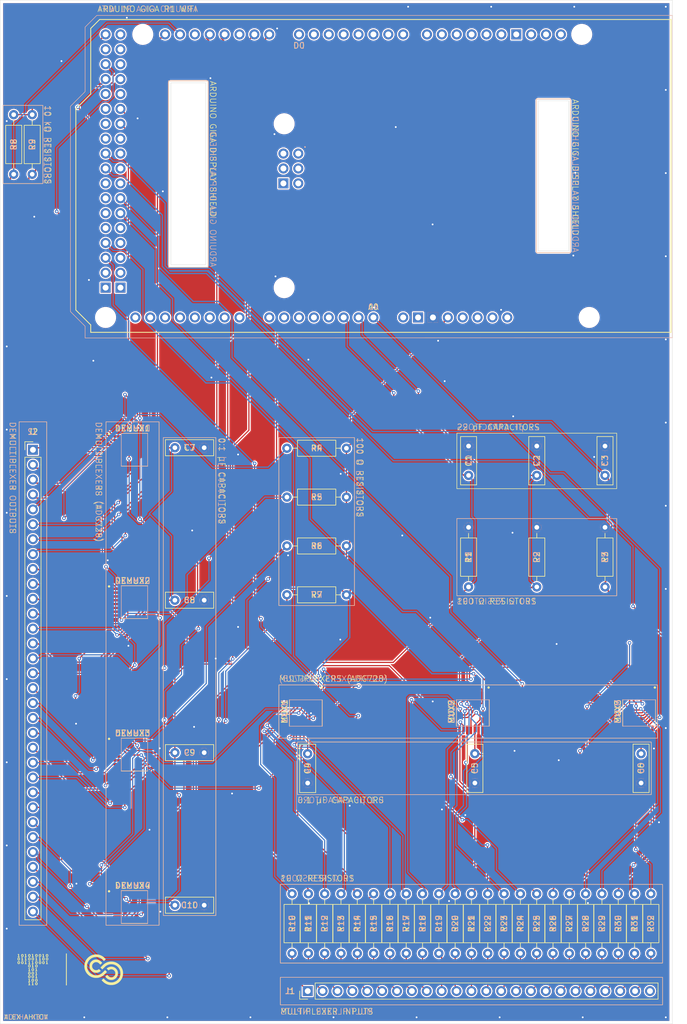
<source format=kicad_pcb>
(kicad_pcb (version 20241229) (generator "pcbnew") (generator_version "9.0")
  (title_block (title "Pressure Pad Data Collection PCB") (date "2025-07-07") (rev "6") (company "Cedars-Sinai Medical Center") (comment 1 "Computational Biomedicine") (comment 2 "Tatonetti Lab") (comment 3 "Research Lab Assistant I") (comment 4 "Alex Ahitov"))
  (layers (0 "F.Cu" signal) (2 "B.Cu" signal) (13 "F.Paste" user) (15 "B.Paste" user) (5 "F.SilkS" user "F.Silkscreen") (7 "B.SilkS" user "B.Silkscreen") (1 "F.Mask" user) (3 "B.Mask" user) (25 "Edge.Cuts" user))
  (net 0 "")
  (net 34 "/MUX1.D")
  (net 35 "/MUX2.D")
  (net 36 "/5V1")
  (net 38 "/MUX3.D")
  (net 39 "/COLUMN 3")
  (net 40 "/COLUMN 8")
  (net 41 "/COLUMN 5")
  (net 42 "/COLUMN 6")
  (net 43 "/COLUMN 2")
  (net 44 "/COLUMN 7")
  (net 45 "/COLUMN 1")
  (net 46 "/COLUMN 4")
  (net 47 "/COLUMN 12")
  (net 48 "/COLUMN 9")
  (net 49 "/COLUMN 13")
  (net 50 "/COLUMN 16")
  (net 51 "/COLUMN 14")
  (net 52 "/COLUMN 10")
  (net 53 "/COLUMN 15")
  (net 54 "/COLUMN 11")
  (net 55 "/COLUMN 22")
  (net 56 "/COLUMN 24")
  (net 57 "/COLUMN 23")
  (net 58 "/COLUMN 18")
  (net 59 "/COLUMN 17")
  (net 60 "/COLUMN 20")
  (net 61 "/COLUMN 21")
  (net 62 "/COLUMN 19")
  (net 63 "/COLUMN 25")
  (net 64 "/COLUMN 30")
  (net 65 "/COLUMN 32")
  (net 66 "/COLUMN 27")
  (net 67 "/COLUMN 28")
  (net 68 "/COLUMN 31")
  (net 69 "/COLUMN 26")
  (net 70 "/COLUMN 29")
  (net 71 "/ROW 22")
  (net 72 "/ROW 11")
  (net 74 "/ROW 6")
  (net 75 "/ROW 14")
  (net 76 "/ROW 3")
  (net 77 "/ROW 10")
  (net 78 "/ROW 18")
  (net 79 "/ROW 21")
  (net 80 "/ROW 9")
  (net 81 "/ROW 8")
  (net 82 "/ROW 17")
  (net 83 "/ROW 15")
  (net 84 "/ROW 2")
  (net 85 "Net-(DEMUX1-D)")
  (net 86 "/ROW 1")
  (net 89 "/ROW 20")
  (net 90 "/SCL")
  (net 91 "/SDA")
  (net 92 "/ROW 16")
  (net 93 "/ROW 13")
  (net 94 "/ROW 12")
  (net 95 "/ROW 23")
  (net 96 "/ROW 5")
  (net 99 "/ROW 19")
  (net 100 "/ROW 7")
  (net 104 "/ROW 4")
  (net 107 "/DEMUX1.A0")
  (net 108 "/5V4")
  (net 109 "/DEMUX1.A1")
  (net 110 "Net-(DEMUX2-D)")
  (net 111 "/DEMUX2.A0")
  (net 112 "/DEMUX2.A1")
  (net 113 "Net-(DEMUX3-D)")
  (net 114 "/DEMUX3.A0")
  (net 115 "/DEMUX3.A1")
  (net 116 "/DEMUX4.A1")
  (net 117 "/DEMUX4.A0")
  (net 118 "Net-(DEMUX4-D)")
  (net 119 "Net-(MUX1-S4)")
  (net 120 "Net-(MUX1-S6)")
  (net 121 "Net-(MUX1-S3)")
  (net 122 "Net-(MUX1-S5)")
  (net 123 "Net-(MUX1-S2)")
  (net 124 "Net-(MUX1-S7)")
  (net 125 "Net-(MUX1-S8)")
  (net 126 "Net-(MUX1-S1)")
  (net 127 "/MUX1.A1")
  (net 128 "/MUX1.A0")
  (net 129 "Net-(MUX2-S7)")
  (net 130 "/MUX2.A1")
  (net 131 "Net-(MUX2-S3)")
  (net 132 "Net-(MUX2-S8)")
  (net 133 "Net-(MUX2-S5)")
  (net 134 "Net-(MUX2-S4)")
  (net 135 "Net-(MUX2-S2)")
  (net 136 "Net-(MUX2-S1)")
  (net 137 "Net-(MUX2-S6)")
  (net 138 "/MUX2.A0")
  (net 139 "Net-(MUX3-S2)")
  (net 140 "Net-(MUX3-S4)")
  (net 141 "/MUX3.A1")
  (net 142 "Net-(MUX3-S1)")
  (net 143 "Net-(MUX3-S6)")
  (net 144 "Net-(MUX3-S5)")
  (net 145 "Net-(MUX3-S3)")
  (net 146 "Net-(MUX3-S7)")
  (net 147 "/MUX3.A0")
  (net 171 "/GND2")
  (footprint "Resistor_THT:R_Axial_DIN0207_L6.3mm_D2.5mm_P10.16mm_Horizontal" (layer "F.Cu") (at 92.136818 178.945 90)
    (property "Reference" "R19")
    (property "Value" "10Ω" (hide yes))
  )
  (footprint "Capacitor_THT:C_Disc_D8.0mm_W2.5mm_P5.00mm" (layer "F.Cu") (at 120.5 92.45 -90)
    (property "Reference" "C3")
    (property "Value" "22 pF" (hide yes))
  )
  (footprint "Resistor_THT:R_Axial_DIN0207_L6.3mm_D2.5mm_P10.16mm_Horizontal" (layer "F.Cu") (at 94.920909 178.945 90)
    (property "Reference" "R20")
    (property "Value" "10Ω" (hide yes))
  )
  (footprint "custom:SOP65P640X120-16N" (layer "F.Cu") (at 126.31925 137.955 -90)
    (property "Reference" "MUX3")
    (property "Value" "ADG728" (hide yes))
  )
  (footprint "Resistor_THT:R_Axial_DIN0207_L6.3mm_D2.5mm_P10.16mm_Horizontal" (layer "F.Cu") (at 67.08 178.945 90)
    (property "Reference" "R10")
    (property "Value" "10Ω" (hide yes))
  )
  (footprint "Resistor_THT:R_Axial_DIN0207_L6.3mm_D2.5mm_P10.16mm_Horizontal" (layer "F.Cu") (at 117.193636 178.945 90)
    (property "Reference" "R28")
    (property "Value" "10Ω" (hide yes))
  )
  (footprint "Resistor_THT:R_Axial_DIN0207_L6.3mm_D2.5mm_P10.16mm_Horizontal" (layer "F.Cu") (at 22.725 46.105 90)
    (property "Reference" "R9")
    (property "Value" "10 kΩ" (hide yes))
  )
  (footprint "Resistor_THT:R_Axial_DIN0207_L6.3mm_D2.5mm_P10.16mm_Horizontal" (layer "F.Cu") (at 122.761818 178.945 90)
    (property "Reference" "R30")
    (property "Value" "10Ω" (hide yes))
  )
  (footprint "Resistor_THT:R_Axial_DIN0207_L6.3mm_D2.5mm_P10.16mm_Horizontal" (layer "F.Cu") (at 89.352727 178.945 90)
    (property "Reference" "R18")
    (property "Value" "10Ω" (hide yes))
  )
  (footprint "Resistor_THT:R_Axial_DIN0207_L6.3mm_D2.5mm_P10.16mm_Horizontal" (layer "F.Cu") (at 97.21 106.305 -90)
    (property "Reference" "R1")
    (property "Value" "100 Ω" (hide yes))
  )
  (footprint "Capacitor_THT:C_Disc_D8.0mm_W2.5mm_P5.00mm" (layer "F.Cu") (at 97.21 92.45 -90)
    (property "Reference" "C1")
    (property "Value" "22 pF" (hide yes))
  )
  (footprint "Resistor_THT:R_Axial_DIN0207_L6.3mm_D2.5mm_P10.16mm_Horizontal" (layer "F.Cu") (at 86.568636 178.945 90)
    (property "Reference" "R17")
    (property "Value" "10Ω" (hide yes))
  )
  (footprint "Capacitor_THT:C_Disc_D8.0mm_W2.5mm_P5.00mm" (layer "F.Cu") (at 98.285688 149.895 90)
    (property "Reference" "C5")
    (property "Value" "0.1 µF" (hide yes))
  )
  (footprint "Resistor_THT:R_Axial_DIN0207_L6.3mm_D2.5mm_P10.16mm_Horizontal" (layer "F.Cu") (at 119.977727 178.945 90)
    (property "Reference" "R29")
    (property "Value" "10Ω" (hide yes))
  )
  (footprint "Capacitor_THT:C_Disc_D8.0mm_W2.5mm_P5.00mm" (layer "F.Cu") (at 52.08 118.73 180)
    (property "Reference" "C8")
    (property "Value" "0.1 µF" (hide yes))
  )
  (footprint "Resistor_THT:R_Axial_DIN0207_L6.3mm_D2.5mm_P10.16mm_Horizontal" (layer "F.Cu") (at 66.2 117.81)
    (property "Reference" "R7")
    (property "Value" "100 Ω" (hide yes))
  )
  (footprint "Capacitor_THT:C_Disc_D8.0mm_W2.5mm_P5.00mm" (layer "F.Cu") (at 52.08 170.73 180)
    (property "Reference" "C10")
    (property "Value" "0.1 µF" (hide yes))
  )
  (footprint "Resistor_THT:R_Axial_DIN0207_L6.3mm_D2.5mm_P10.16mm_Horizontal" (layer "F.Cu") (at 120.5 106.305 -90)
    (property "Reference" "R3")
    (property "Value" "100 Ω" (hide yes))
  )
  (footprint "custom:SOP65P640X120-16N" (layer "F.Cu") (at 40.18 119.062833)
    (property "Reference" "DEMUX2")
    (property "Value" "ADG728" (hide yes))
  )
  (footprint "Resistor_THT:R_Axial_DIN0207_L6.3mm_D2.5mm_P10.16mm_Horizontal" (layer "F.Cu") (at 111.625455 178.945 90)
    (property "Reference" "R26")
    (property "Value" "10Ω" (hide yes))
  )
  (footprint "Resistor_THT:R_Axial_DIN0207_L6.3mm_D2.5mm_P10.16mm_Horizontal" (layer "F.Cu") (at 75.432273 178.945 90)
    (property "Reference" "R13")
    (property "Value" "10Ω" (hide yes))
  )
  (footprint "Capacitor_THT:C_Disc_D8.0mm_W2.5mm_P5.00mm" (layer "F.Cu") (at 108.855 92.45 -90)
    (property "Reference" "C2")
    (property "Value" "22 pF" (hide yes))
  )
  (footprint "custom:SOP65P640X120-16N" (layer "F.Cu") (at 40.18 171.044)
    (property "Reference" "DEMUX4")
    (property "Value" "ADG728" (hide yes))
  )
  (footprint "Resistor_THT:R_Axial_DIN0207_L6.3mm_D2.5mm_P10.16mm_Horizontal" (layer "F.Cu") (at 78.216364 178.945 90)
    (property "Reference" "R14")
    (property "Value" "10Ω" (hide yes))
  )
  (footprint "custom:SOP65P640X120-16N" (layer "F.Cu") (at 69.42925 137.965 -90)
    (property "Reference" "MUX1")
    (property "Value" "ADG728" (hide yes))
  )
  (footprint "Connector_PinHeader_2.54mm:PinHeader_1x24_P2.54mm_Vertical" (layer "F.Cu") (at 69.755 185.37 90)
    (property "Reference" "J1")
    (property "Value" "MULTIPLEXER INPUTS" (hide yes))
  )
  (footprint "Resistor_THT:R_Axial_DIN0207_L6.3mm_D2.5mm_P10.16mm_Horizontal" (layer "F.Cu") (at 100.489091 178.945 90)
    (property "Reference" "R22")
    (property "Value" "10Ω" (hide yes))
  )
  (footprint "Resistor_THT:R_Axial_DIN0207_L6.3mm_D2.5mm_P10.16mm_Horizontal" (layer "F.Cu") (at 19.565 46.105 90)
    (property "Reference" "R8")
    (property "Value" "10 kΩ" (hide yes))
  )
  (footprint "Capacitor_THT:C_Disc_D8.0mm_W2.5mm_P5.00mm" (layer "F.Cu") (at 126.6595 149.895 90)
    (property "Reference" "C6")
    (property "Value" "0.1 µF" (hide yes))
  )
  (footprint "custom:SOP65P640X120-16N" (layer "F.Cu") (at 97.943063 137.955 -90)
    (property "Reference" "MUX2")
    (property "Value" "ADG728" (hide yes))
  )
  (footprint "Resistor_THT:R_Axial_DIN0207_L6.3mm_D2.5mm_P10.16mm_Horizontal" (layer "F.Cu") (at 125.545909 178.945 90)
    (property "Reference" "R31")
    (property "Value" "10Ω" (hide yes))
  )
  (footprint "Resistor_THT:R_Axial_DIN0207_L6.3mm_D2.5mm_P10.16mm_Horizontal" (layer "F.Cu") (at 69.864091 178.945 90)
    (property "Reference" "R11")
    (property "Value" "10Ω" (hide yes))
  )
  (footprint "Connector_PinHeader_2.54mm:PinHeader_1x32_P2.54mm_Vertical" (layer "F.Cu") (at 22.85 93.0875)
    (property "Reference" "J2")
    (property "Value" "DEMULTIPLEXER OUTPUTS" (hide yes))
  )
  (footprint "LOGO" (layer "F.Cu") (at 29.243915 181.680001)
    (property "Reference" "G***" (hide yes))
    (property "Value" "LOGO" (hide yes))
  )
  (footprint "Resistor_THT:R_Axial_DIN0207_L6.3mm_D2.5mm_P10.16mm_Horizontal" (layer "F.Cu") (at 66.2 101.15)
    (property "Reference" "R5")
    (property "Value" "100 Ω" (hide yes))
  )
  (footprint "custom:SOP65P640X120-16N" (layer "F.Cu") (at 40.18 145.053417)
    (property "Reference" "DEMUX3")
    (property "Value" "ADG728" (hide yes))
  )
  (footprint "Resistor_THT:R_Axial_DIN0207_L6.3mm_D2.5mm_P10.16mm_Horizontal" (layer "F.Cu") (at 83.784545 178.945 90)
    (property "Reference" "R16")
    (property "Value" "10Ω" (hide yes))
  )
  (footprint "Resistor_THT:R_Axial_DIN0207_L6.3mm_D2.5mm_P10.16mm_Horizontal" (layer "F.Cu") (at 72.648182 178.945 90)
    (property "Reference" "R12")
    (property "Value" "10Ω" (hide yes))
  )
  (footprint "Capacitor_THT:C_Disc_D8.0mm_W2.5mm_P5.00mm" (layer "F.Cu") (at 69.74425 149.905 90)
    (property "Reference" "C4")
    (property "Value" "0.1 µF" (hide yes))
  )
  (footprint "custom:SOP65P640X120-16N" (layer "F.Cu") (at 40.18 93.07225)
    (property "Reference" "DEMUX1")
    (property "Value" "ADG728" (hide yes))
  )
  (footprint "Capacitor_THT:C_Disc_D8.0mm_W2.5mm_P5.00mm" (layer "F.Cu") (at 52.08 92.73 180)
    (property "Reference" "C7")
    (property "Value" "0.1 µF" (hide yes))
  )
  (footprint "Resistor_THT:R_Axial_DIN0207_L6.3mm_D2.5mm_P10.16mm_Horizontal" (layer "F.Cu") (at 108.855 106.305 -90)
    (property "Reference" "R2")
    (property "Value" "100 Ω" (hide yes))
  )
  (footprint "Resistor_THT:R_Axial_DIN0207_L6.3mm_D2.5mm_P10.16mm_Horizontal" (layer "F.Cu") (at 103.273182 178.945 90)
    (property "Reference" "R23")
    (property "Value" "10Ω" (hide yes))
  )
  (footprint "Resistor_THT:R_Axial_DIN0207_L6.3mm_D2.5mm_P10.16mm_Horizontal" (layer "F.Cu") (at 106.057273 178.945 90)
    (property "Reference" "R24")
    (property "Value" "10Ω" (hide yes))
  )
  (footprint "Resistor_THT:R_Axial_DIN0207_L6.3mm_D2.5mm_P10.16mm_Horizontal" (layer "F.Cu") (at 66.2 109.48)
    (property "Reference" "R6")
    (property "Value" "100 Ω" (hide yes))
  )
  (footprint "Resistor_THT:R_Axial_DIN0207_L6.3mm_D2.5mm_P10.16mm_Horizontal" (layer "F.Cu") (at 81.000455 178.945 90)
    (property "Reference" "R15")
    (property "Value" "10Ω" (hide yes))
  )
  (footprint "Capacitor_THT:C_Disc_D8.0mm_W2.5mm_P5.00mm" (layer "F.Cu") (at 52.08 144.72 180)
    (property "Reference" "C9")
    (property "Value" "0.1 µF" (hide yes))
  )
  (footprint "Resistor_THT:R_Axial_DIN0207_L6.3mm_D2.5mm_P10.16mm_Horizontal" (layer "F.Cu") (at 114.409545 178.945 90)
    (property "Reference" "R27")
    (property "Value" "10Ω" (hide yes))
  )
  (footprint "Resistor_THT:R_Axial_DIN0207_L6.3mm_D2.5mm_P10.16mm_Horizontal" (layer "F.Cu") (at 128.33 178.945 90)
    (property "Reference" "R32")
    (property "Value" "10Ω" (hide yes))
  )
  (footprint "Resistor_THT:R_Axial_DIN0207_L6.3mm_D2.5mm_P10.16mm_Horizontal" (layer "F.Cu") (at 66.2 92.82)
    (property "Reference" "R4")
    (property "Value" "100 Ω" (hide yes))
  )
  (footprint "Resistor_THT:R_Axial_DIN0207_L6.3mm_D2.5mm_P10.16mm_Horizontal" (layer "F.Cu") (at 108.841364 178.945 90)
    (property "Reference" "R25")
    (property "Value" "10Ω" (hide yes))
  )
  (footprint "Resistor_THT:R_Axial_DIN0207_L6.3mm_D2.5mm_P10.16mm_Horizontal" (layer "F.Cu") (at 97.705 178.945 90)
    (property "Reference" "R21")
    (property "Value" "10Ω" (hide yes))
  )
  (footprint "PCM_arduino-library:Arduino_Giga_R1_WiFi_Shield" (layer "B.Cu") (at 131.77 73.06 180)
    (property "Reference" "A1" (hide yes))
    (property "Value" "Arduino_Giga_R1_WiFi_Shield" (hide yes))
  )
  (gr_rect (start 65.08 183.02) (end 130.33 187.72) (stroke (width 0.1)) (fill no) (layer "F.SilkS"))
  (gr_rect (start 46 30.17) (end 52.75 61.97) (stroke (width 0.1)) (fill no) (layer "F.SilkS"))
  (gr_rect (start 20.5 88.3075) (end 25.2 174.1575) (stroke (width 0.1)) (fill no) (layer "F.SilkS"))
  (gr_rect (start 17.75 34.36) (end 24.54 47.69) (stroke (width 0.1)) (fill no) (layer "F.SilkS"))
  (gr_rect (start 68 142.91) (end 128.4 151.88) (stroke (width 0.1)) (fill no) (layer "F.SilkS"))
  (gr_rect (start 95.21 104.8) (end 122.5 117.97) (stroke (width 0.1)) (fill no) (layer "F.SilkS"))
  (gr_rect (start 35.315 88.31) (end 44.385 174.1575) (stroke (width 0.1)) (fill no) (layer "F.SilkS"))
  (gr_rect (start 45.1 91) (end 54.07 172.49) (stroke (width 0.1)) (fill no) (layer "F.SilkS"))
  (gr_rect (start 108.8 33.27) (end 114.6 59.47) (stroke (width 0.1)) (fill no) (layer "F.SilkS"))
  (gr_rect (start 65.08 167.185) (end 130.33 180.595) (stroke (width 0.1)) (fill no) (layer "F.SilkS"))
  (gr_rect (start 64.83 133.175) (end 129.47 142.245) (stroke (width 0.1)) (fill no) (layer "F.SilkS"))
  (gr_rect (start 64.83 91) (end 77.73 119.63) (stroke (width 0.1)) (fill no) (layer "F.SilkS"))
  (gr_rect (start 95.21 90.25) (end 122.5 99.71) (stroke (width 0.1)) (fill no) (layer "F.SilkS"))
  (gr_rect (start 65.08 183.02) (end 130.33 187.72) (stroke (width 0.1)) (fill no) (layer "B.SilkS"))
  (gr_poly (pts (xy 132 73.97) (xy 31.75 74.02) (xy 31.75 72.02) (xy 29.25 69.52) (xy 29.25 34.52) (xy 31.75 32.02) (xy 31.75 21.02) (xy 33.75 19.02) (xy 132 19.02)) (stroke (width 0.1)) (fill no) (layer "B.SilkS"))
  (gr_rect (start 65.08 167.185) (end 130.33 180.595) (stroke (width 0.1)) (fill no) (layer "B.SilkS"))
  (gr_rect (start 95.143063 135.705) (end 100.743063 140.205) (stroke (width 0.1)) (fill no) (layer "B.SilkS"))
  (gr_rect (start 37.93 142.253417) (end 42.43 147.853417) (stroke (width 0.1)) (fill no) (layer "B.SilkS"))
  (gr_rect (start 46 30.17) (end 52.75 61.97) (stroke (width 0.1)) (fill no) (layer "B.SilkS"))
  (gr_rect (start 37.93 90.27225) (end 42.43 95.87225) (stroke (width 0.1)) (fill no) (layer "B.SilkS"))
  (gr_rect (start 17.75 34.36) (end 24.54 47.69) (stroke (width 0.1)) (fill no) (layer "B.SilkS"))
  (gr_rect (start 64.83 133.175) (end 129.47 142.245) (stroke (width 0.1)) (fill no) (layer "B.SilkS"))
  (gr_rect (start 64.83 91) (end 77.73 119.63) (stroke (width 0.1)) (fill no) (layer "B.SilkS"))
  (gr_rect (start 68 142.91) (end 128.4 151.88) (stroke (width 0.1)) (fill no) (layer "B.SilkS"))
  (gr_rect (start 20.5 88.31) (end 25.2 174.16) (stroke (width 0.1)) (fill no) (layer "B.SilkS"))
  (gr_rect (start 108.8 33.27) (end 114.6 59.47) (stroke (width 0.1)) (fill no) (layer "B.SilkS"))
  (gr_rect (start 123.51925 135.705) (end 129.11925 140.205) (stroke (width 0.1)) (fill no) (layer "B.SilkS"))
  (gr_rect (start 37.93 116.262833) (end 42.43 121.862833) (stroke (width 0.1)) (fill no) (layer "B.SilkS"))
  (gr_rect (start 95.21 104.8) (end 122.5 117.97) (stroke (width 0.1)) (fill no) (layer "B.SilkS"))
  (gr_rect (start 66.62925 135.715) (end 72.22925 140.215) (stroke (width 0.1)) (fill no) (layer "B.SilkS"))
  (gr_rect (start 35.315 88.31) (end 44.385 174.1575) (stroke (width 0.1)) (fill no) (layer "B.SilkS"))
  (gr_rect (start 37.93 168.244) (end 42.43 173.844) (stroke (width 0.1)) (fill no) (layer "B.SilkS"))
  (gr_rect (start 45.1 91) (end 54.07 172.49) (stroke (width 0.1)) (fill no) (layer "B.SilkS"))
  (gr_rect (start 109.1 33.57) (end 114.3 59.17) (stroke (width 0.05)) (fill no) (layer "Edge.Cuts"))
  (gr_rect (start 17.25 16.42) (end 132 190.97) (stroke (width 0.05)) (fill no) (layer "Edge.Cuts"))
  (gr_rect (start 46.4 30.52) (end 52.35 61.52) (stroke (width 0.05)) (fill no) (layer "Edge.Cuts"))
  (gr_text "ARDUINO GIGA R1 WIFI" (at 33.8 18.52 0) (layer "F.SilkS") (effects (font (size 1 1) (thickness 0.1)) (justify left bottom)))
  (gr_text "MULTIPLEXER INPUTS" (at 65.03 189.445 0) (layer "F.SilkS") (effects (font (size 1 1) (thickness 0.1)) (justify left bottom)))
  (gr_text "100 Ω RESISTORS" (at 78.11 90.95 270) (layer "F.SilkS") (effects (font (size 1 1) (thickness 0.1)) (justify left bottom)))
  (gr_text "ARDUINO GIGA DISPLAY SHIELD" (at 114.85 33.22 270) (layer "F.SilkS") (effects (font (size 1 1) (thickness 0.1)) (justify left bottom)))
  (gr_text "MULTIPLEXERS (ADG728)" (at 64.78 132.705 0) (layer "F.SilkS") (effects (font (size 1 1) (thickness 0.1)) (justify left bottom)))
  (gr_text "100 Ω RESISTORS" (at 95.16 119.51 0) (layer "F.SilkS") (effects (font (size 1 1) (thickness 0.1)) (justify left bottom)))
  (gr_text "0.1 µF CAPACITORS" (at 67.95 153.41 0) (layer "F.SilkS") (effects (font (size 1 1) (thickness 0.1)) (justify left bottom)))
  (gr_text "DEMULTIPLEXERS (ADG728)" (at 33.48 88.26 270) (layer "F.SilkS") (effects (font (size 1 1) (thickness 0.1)) (justify left bottom)))
  (gr_text "A0" (at 80.97 68.72 0) (layer "F.SilkS") (effects (font (size 1 1) (thickness 0.125))))
  (gr_text "10 Ω RESISTORS" (at 65.03 166.745 0) (layer "F.SilkS") (effects (font (size 1 1) (thickness 0.1)) (justify left bottom)))
  (gr_text "22 pF CAPACITORS" (at 95.16 89.81 0) (layer "F.SilkS") (effects (font (size 1 1) (thickness 0.1)) (justify left bottom)))
  (gr_text "ALEX AHITOV" (at 17.87 190.27 0) (layer "F.SilkS") (effects (font (size 0.8 0.8) (thickness 0.1)) (justify left bottom)))
  (gr_text "DEMULTIPLEXER OUTPUTS" (at 18.8 88.2575 270) (layer "F.SilkS") (effects (font (size 1 1) (thickness 0.1)) (justify left bottom)))
  (gr_text "10 kΩ RESISTORS" (at 24.81 34.31 270) (layer "F.SilkS") (effects (font (size 1 1) (thickness 0.1)) (justify left bottom)))
  (gr_text "ARDUINO GIGA DISPLAY SHIELD" (at 53 30.12 270) (layer "F.SilkS") (effects (font (size 1 1) (thickness 0.1)) (justify left bottom)))
  (gr_text "0.1 µF CAPACITORS" (at 54.55 90.95 270) (layer "F.SilkS") (effects (font (size 1 1) (thickness 0.1)) (justify left bottom)))
  (gr_text "C9" (at 49.58 144.72 0) (layer "B.SilkS") (effects (font (size 1 1)) (justify mirror)))
  (gr_text "R6" (at 71.28 109.48 0) (layer "B.SilkS") (effects (font (size 1 1)) (justify mirror)))
  (gr_text "R17" (at 86.568636 173.865 90) (layer "B.SilkS") (effects (font (size 1 1)) (justify mirror)))
  (gr_text "R1" (at 97.21 111.385 90) (layer "B.SilkS") (effects (font (size 1 1)) (justify mirror)))
  (gr_text "R8" (at 19.565 41.025 90) (layer "B.SilkS") (effects (font (size 1 1)) (justify mirror)))
  (gr_text "R18" (at 89.357727 173.865 90) (layer "B.SilkS") (effects (font (size 1 1)) (justify mirror)))
  (gr_text "R16" (at 83.789545 173.865 90) (layer "B.SilkS") (effects (font (size 1 1)) (justify mirror)))
  (gr_text "MULTIPLEXER INPUTS" (at 80.987143 189.445 0) (layer "B.SilkS") (effects (font (size 1 1) (thickness 0.1)) (justify left bottom mirror)))
  (gr_text "R23" (at 103.273182 173.865 90) (layer "B.SilkS") (effects (font (size 1 1)) (justify mirror)))
  (gr_text "R3" (at 120.5 111.385 90) (layer "B.SilkS") (effects (font (size 1 1)) (justify mirror)))
  (gr_text "R26" (at 111.625455 173.865 90) (layer "B.SilkS") (effects (font (size 1 1)) (justify mirror)))
  (gr_text "R13" (at 75.432273 173.865 90) (layer "B.SilkS") (effects (font (size 1 1)) (justify mirror)))
  (gr_text "C3" (at 120.5 94.94 90) (layer "B.SilkS") (effects (font (size 1 1)) (justify mirror)))
  (gr_text "R20" (at 94.915909 173.865 90) (layer "B.SilkS") (effects (font (size 1 1)) (justify mirror)))
  (gr_text "R24" (at 106.062273 173.865 90) (layer "B.SilkS") (effects (font (size 1 1)) (justify mirror)))
  (gr_text "22 pF CAPACITORS" (at 109.402858 89.81 0) (layer "B.SilkS") (effects (font (size 1 1) (thickness 0.1)) (justify left bottom mirror)))
  (gr_text "DEMULTIPLEXER OUTPUTS" (at 20.05 88.2575 90) (layer "B.SilkS") (effects (font (size 1 1) (thickness 0.1)) (justify left bottom mirror)))
  (gr_text "R30" (at 122.761818 173.865 90) (layer "B.SilkS") (effects (font (size 1 1)) (justify mirror)))
  (gr_text "A0" (at 80.97 68.72 0) (layer "B.SilkS") (effects (font (size 1 1) (thickness 0.125)) (justify mirror)))
  (gr_text "MULTIPLEXERS (ADG728)" (at 83.45143 132.705 0) (layer "B.SilkS") (effects (font (size 1 1) (thickness 0.1)) (justify left bottom mirror)))
  (gr_text "R31" (at 125.545909 173.865 90) (layer "B.SilkS") (effects (font (size 1 1)) (justify mirror)))
  (gr_text "R5" (at 71.28 101.15 0) (layer "B.SilkS") (effects (font (size 1 1)) (justify mirror)))
  (gr_text "R14" (at 78.221364 173.865 90) (layer "B.SilkS") (effects (font (size 1 1)) (justify mirror)))
  (gr_text "R27" (at 114.409545 173.855 90) (layer "B.SilkS") (effects (font (size 1 1)) (justify mirror)))
  (gr_text "ARDUINO GIGA R1 WIFI" (at 51.1 18.52 0) (layer "B.SilkS") (effects (font (size 1 1) (thickness 0.1)) (justify left bottom mirror)))
  (gr_text "R32" (at 128.33 173.865 90) (layer "B.SilkS") (effects (font (size 1 1)) (justify mirror)))
  (gr_text "DEMUX4" (at 39.94 167.4 0) (layer "B.SilkS") (effects (font (size 1 1)) (justify mirror)))
  (gr_text "C8" (at 49.58 118.73 0) (layer "B.SilkS") (effects (font (size 1 1)) (justify mirror)))
  (gr_text "10 kΩ RESISTORS" (at 25.889 34.31 -270) (layer "B.SilkS") (effects (font (size 1 1) (thickness 0.1)) (justify left bottom mirror)))
  (gr_text "R10" (at 67.08 173.865 90) (layer "B.SilkS") (effects (font (size 1 1)) (justify mirror)))
  (gr_text "C4" (at 69.74 147.345 90) (layer "B.SilkS") (effects (font (size 1 1)) (justify mirror)))
  (gr_text "DEMUX1" (at 39.9 89.42 0) (layer "B.SilkS") (effects (font (size 1 1)) (justify mirror)))
  (gr_text "0.1 µF CAPACITORS" (at 82.811905 153.41 0) (layer "B.SilkS") (effects (font (size 1 1) (thickness 0.1)) (justify left bottom mirror)))
  (gr_text "R28" (at 117.193636 173.865 90) (layer "B.SilkS") (effects (font (size 1 1)) (justify mirror)))
  (gr_text "C1" (at 97.22 94.92 90) (layer "B.SilkS") (effects (font (size 1 1)) (justify mirror)))
  (gr_text "R11" (at 69.864091 173.865 90) (layer "B.SilkS") (effects (font (size 1 1)) (justify mirror)))
  (gr_text "MUX3" (at 122.69 137.71 90) (layer "B.SilkS") (effects (font (size 1 1)) (justify mirror)))
  (gr_text "C2" (at 108.855 94.98 90) (layer "B.SilkS") (effects (font (size 1 1)) (justify mirror)))
  (gr_text "C6" (at 126.66 147.325 90) (layer "B.SilkS") (effects (font (size 1 1)) (justify mirror)))
  (gr_text "DEMUX2" (at 39.9 115.41 0) (layer "B.SilkS") (effects (font (size 1 1)) (justify mirror)))
  (gr_text "ARDUINO GIGA DISPLAY SHIELD" (at 114.85 59.52 270) (layer "B.SilkS") (effects (font (size 1 1) (thickness 0.1)) (justify left bottom mirror)))
  (gr_text "ARDUINO GIGA DISPLAY SHIELD" (at 53 62.02 270) (layer "B.SilkS") (effects (font (size 1 1) (thickness 0.1)) (justify left bottom mirror)))
  (gr_text "R21" (at 97.705 173.865 90) (layer "B.SilkS") (effects (font (size 1 1)) (justify mirror)))
  (gr_text "R2" (at 108.855 111.385 90) (layer "B.SilkS") (effects (font (size 1 1)) (justify mirror)))
  (gr_text "10 Ω RESISTORS" (at 77.749048 166.745 0) (layer "B.SilkS") (effects (font (size 1 1) (thickness 0.1)) (justify left bottom mirror)))
  (gr_text "DEMUX3" (at 39.9 141.41 0) (layer "B.SilkS") (effects (font (size 1 1)) (justify mirror)))
  (gr_text "R15" (at 81.010455 173.865 90) (layer "B.SilkS") (effects (font (size 1 1)) (justify mirror)))
  (gr_text "R22" (at 100.484091 173.865 90) (layer "B.SilkS") (effects (font (size 1 1)) (justify mirror)))
  (gr_text "R25" (at 108.841364 173.865 90) (layer "B.SilkS") (effects (font (size 1 1)) (justify mirror)))
  (gr_text "R4" (at 71.28 92.82 0) (layer "B.SilkS") (effects (font (size 1 1)) (justify mirror)))
  (gr_text "C5" (at 98.28 147.345 90) (layer "B.SilkS") (effects (font (size 1 1)) (justify mirror)))
  (gr_text "MUX1" (at 65.79 137.71 90) (layer "B.SilkS") (effects (font (size 1 1)) (justify mirror)))
  (gr_text "C7" (at 49.58 92.73 0) (layer "B.SilkS") (effects (font (size 1 1)) (justify mirror)))
  (gr_text "R19" (at 92.136818 173.865 90) (layer "B.SilkS") (effects (font (size 1 1)) (justify mirror)))
  (gr_text "R7" (at 71.28 117.81 0) (layer "B.SilkS") (effects (font (size 1 1)) (justify mirror)))
  (gr_text "MUX2" (at 94.3 137.71 90) (layer "B.SilkS") (effects (font (size 1 1)) (justify mirror)))
  (gr_text "J2" (at 22.8 90.00875 0) (layer "B.SilkS") (effects (font (size 1 1)) (justify mirror)))
  (gr_text "100 Ω RESISTORS" (at 79.189 90.95 -270) (layer "B.SilkS") (effects (font (size 1 1) (thickness 0.1)) (justify left bottom mirror)))
  (gr_text "R12" (at 72.648182 173.865 90) (layer "B.SilkS") (effects (font (size 1 1)) (justify mirror)))
  (gr_text "C10" (at 49.58 170.73 0) (layer "B.SilkS") (effects (font (size 1 1)) (justify mirror)))
  (gr_text "0.1 µF CAPACITORS" (at 55.629 90.95 90) (layer "B.SilkS") (effects (font (size 1 1) (thickness 0.1)) (justify left bottom mirror)))
  (gr_text "J1" (at 66.7275 185.37 0) (layer "B.SilkS") (effects (font (size 1 1)) (justify mirror)))
  (gr_text "ALEX AHITOV" (at 25.476666 190.27 0) (layer "B.SilkS") (effects (font (size 0.8 0.8) (thickness 0.1)) (justify left bottom mirror)))
  (gr_text "DEMULTIPLEXERS (ADG728)" (at 34.73 88.26 90) (layer "B.SilkS") (effects (font (size 1 1) (thickness 0.1)) (justify left bottom mirror)))
  (gr_text "100 Ω RESISTORS" (at 108.831429 119.51 0) (layer "B.SilkS") (effects (font (size 1 1) (thickness 0.1)) (justify left bottom mirror)))
  (gr_text "R9" (at 22.725 41.025 90) (layer "B.SilkS") (effects (font (size 1 1)) (justify mirror)))
  (gr_text "R29" (at 119.977727 173.865 90) (layer "B.SilkS") (effects (font (size 1 1)) (justify mirror)))
  (segment (start 84.439022 85.484022) (end 84.439022 84.433675) (width 0.203403) (layer "F.Cu") (net 34))
  (segment (start 97.21 97.45) (end 96.405 97.45) (width 0.203403) (layer "F.Cu") (net 34))
  (segment (start 72.083924 129.334561) (end 67.1545 134.263985) (width 0.203403) (layer "F.Cu") (net 34))
  (segment (start 67.1545 134.263985) (end 67.1545 134.36) (width 0.203403) (layer "F.Cu") (net 34))
  (segment (start 96.641 117.034) (end 84.340439 129.334561) (width 0.203403) (layer "F.Cu") (net 34))
  (segment (start 67.1545 134.36) (end 67.1545 135.095) (width 0.203403) (layer "F.Cu") (net 34))
  (segment (start 84.340439 129.334561) (end 72.083924 129.334561) (width 0.203403) (layer "F.Cu") (net 34))
  (segment (start 96.405 97.45) (end 84.439022 85.484022) (width 0.203403) (layer "F.Cu") (net 34))
  (segment (start 84.439022 84.433675) (end 84.439022 83.383328) (width 0.203403) (layer "F.Cu") (net 34))
  (segment (start 97.21 116.465) (end 96.641 117.034) (width 0.203403) (layer "F.Cu") (net 34))
  (via (at 84.439022 83.383328) (size 0.61021) (drill 0.305105) (layers "F.Cu" "B.Cu") (net 34))
  (segment (start 76.5045 71.1345) (end 75.89 70.52) (width 0.203403) (layer "B.Cu") (net 34))
  (segment (start 97.779 104.484241) (end 97.779 98.019) (width 0.203403) (layer "B.Cu") (net 34))
  (segment (start 76.5045 75.448806) (end 76.5045 71.1345) (width 0.203403) (layer "B.Cu") (net 34))
  (segment (start 98.331069 115.343931) (end 98.331069 105.03631) (width 0.203403) (layer "B.Cu") (net 34))
  (segment (start 98.331069 105.03631) (end 97.779 104.484241) (width 0.203403) (layer "B.Cu") (net 34))
  (segment (start 97.779 115.896) (end 98.331069 115.343931) (width 0.203403) (layer "B.Cu") (net 34))
  (segment (start 84.439022 83.383328) (end 83.777812 82.722118) (width 0.203403) (layer "B.Cu") (net 34))
  (segment (start 97.779 98.019) (end 97.21 97.45) (width 0.203403) (layer "B.Cu") (net 34))
  (segment (start 97.21 116.465) (end 97.779 115.896) (width 0.203403) (layer "B.Cu") (net 34))
  (segment (start 83.777812 82.722118) (end 76.5045 75.448806) (width 0.203403) (layer "B.Cu") (net 34))
  (segment (start 88.644255 85.467217) (end 88.644255 84.15862) (width 0.203403) (layer "F.Cu") (net 35))
  (segment (start 100.627038 97.45) (end 88.644255 85.467217) (width 0.203403) (layer "F.Cu") (net 35))
  (segment (start 95.668 134.35) (end 95.668 135.085) (width 0.203403) (layer "F.Cu") (net 35))
  (segment (start 95.668 128.847) (end 95.668 134.35) (width 0.203403) (layer "F.Cu") (net 35))
  (segment (start 108.855 116.465) (end 108.05 116.465) (width 0.203403) (layer "F.Cu") (net 35))
  (segment (start 108.05 116.465) (end 95.668 128.847) (width 0.203403) (layer "F.Cu") (net 35))
  (segment (start 88.644255 84.15862) (end 88.644255 83.080759) (width 0.203403) (layer "F.Cu") (net 35))
  (segment (start 108.855 97.45) (end 100.627038 97.45) (width 0.203403) (layer "F.Cu") (net 35))
  (via (at 88.644255 83.080759) (size 0.61021) (drill 0.305105) (layers "F.Cu" "B.Cu") (net 35))
  (segment (start 87.844275 82.280779) (end 79.0445 73.481004) (width 0.203403) (layer "B.Cu") (net 35))
  (segment (start 88.644255 83.080759) (end 87.844275 82.280779) (width 0.203403) (layer "B.Cu") (net 35))
  (segment (start 108.855 116.465) (end 108.286 115.896) (width 0.203403) (layer "B.Cu") (net 35))
  (segment (start 107.733905 98.571095) (end 108.286 98.019) (width 0.203403) (layer "B.Cu") (net 35))
  (segment (start 108.286 115.896) (end 107.733905 115.343905) (width 0.203403) (layer "B.Cu") (net 35))
  (segment (start 108.286 98.019) (end 108.855 97.45) (width 0.203403) (layer "B.Cu") (net 35))
  (segment (start 79.0445 73.481004) (end 79.0445 71.1345) (width 0.203403) (layer "B.Cu") (net 35))
  (segment (start 107.733905 115.343905) (end 107.733905 98.571095) (width 0.203403) (layer "B.Cu") (net 35))
  (segment (start 79.0445 71.1345) (end 78.43 70.52) (width 0.203403) (layer "B.Cu") (net 35))
  (segment (start 126.6595 140.84025) (end 126.64425 140.825) (width 0.2) (layer "F.Cu") (net 36))
  (segment (start 98.199667 140.09) (end 99.158487 139.13118) (width 0.203403) (layer "F.Cu") (net 36))
  (segment (start 118.2403 136.242644) (end 121.695996 139.698339) (width 0.203403) (layer "F.Cu") (net 36))
  (segment (start 99.568 136.195392) (end 99.568 135.82) (width 0.203403) (layer "F.Cu") (net 36))
  (segment (start 47.06275 92.74725) (end 47.08 92.73) (width 0.2) (layer "F.Cu") (net 36))
  (segment (start 99.568 135.82) (end 99.568 135.085) (width 0.203403) (layer "F.Cu") (net 36))
  (segment (start 47.08 151.218248) (end 47.08 144.72) (width 0.203403) (layer "F.Cu") (net 36))
  (segment (start 99.032874 136.730518) (end 99.568 136.195392) (width 0.203403) (layer "F.Cu") (net 36))
  (segment (start 129.155192 134.208746) (end 129.155192 135.979124) (width 0.203403) (layer "F.Cu") (net 36))
  (segment (start 77.041275 92.138725) (end 77.041275 87.340743) (width 0.203403) (layer "F.Cu") (net 36))
  (segment (start 71.0545 136.273731) (end 71.0545 135.83) (width 0.203403) (layer "F.Cu") (net 36))
  (segment (start 99.032874 137.536952) (end 99.032874 136.730518) (width 0.203403) (layer "F.Cu") (net 36))
  (segment (start 48.465899 130.300662) (end 47.08 131.686561) (width 0.203403) (layer "F.Cu") (net 36))
  (segment (start 76.36 117.81) (end 75.230271 116.680271) (width 0.203403) (layer "F.Cu") (net 36))
  (segment (start 76.36 114.543) (end 76.36 110.285) (width 0.203403) (layer "F.Cu") (net 36))
  (segment (start 106.809864 145.071052) (end 115.638272 136.242644) (width 0.203403) (layer "F.Cu") (net 36))
  (segment (start 126.251443 139.698339) (end 126.582797 139.748189) (width 0.203403) (layer "F.Cu") (net 36))
  (segment (start 71.592934 133.821566) (end 71.592934 132.719832) (width 0.203403) (layer "F.Cu") (net 36))
  (segment (start 38.755215 169.64217) (end 38.532045 169.419) (width 0.203403) (layer "F.Cu") (net 36))
  (segment (start 115.638272 136.242644) (end 118.2403 136.242644) (width 0.203403) (layer "F.Cu") (net 36))
  (segment (start 127.9445 134.35) (end 127.913142 134.318642) (width 0.203403) (layer "F.Cu") (net 36))
  (segment (start 76.36 101.15) (end 76.36 100.345) (width 0.203403) (layer "F.Cu") (net 36))
  (segment (start 69.7545 140.1) (end 69.572088 139.917588) (width 0.203403) (layer "F.Cu") (net 36))
  (segment (start 126.576 140.09) (end 126.6445 140.825) (width 0.203403) (layer "F.Cu") (net 36))
  (segment (start 76.36 109.48) (end 76.929 108.911) (width 0.203403) (layer "F.Cu") (net 36))
  (segment (start 69.74425 140.845) (end 69.75425 140.835) (width 0.2) (layer "F.Cu") (net 36))
  (segment (start 121.695996 139.698339) (end 126.251443 139.698339) (width 0.203403) (layer "F.Cu") (net 36))
  (segment (start 76.36 110.285) (end 76.36 109.48) (width 0.203403) (layer "F.Cu") (net 36))
  (segment (start 99.091 144.895) (end 99.267052 145.071052) (width 0.203403) (layer "F.Cu") (net 36))
  (segment (start 99.499667 133.941925) (end 98.773348 133.215606) (width 0.203403) (layer "F.Cu") (net 36))
  (segment (start 76.36 106.213) (end 76.36 101.955) (width 0.203403) (layer "F.Cu") (net 36))
  (segment (start 47.08 118.73) (end 43.057833 118.73) (width 0.2) (layer "F.Cu") (net 36))
  (segment (start 49.158849 123.335599) (end 45.129971 119.306721) (width 0.203403) (layer "F.Cu") (net 36))
  (segment (start 76.929 106.782) (end 76.36 106.213) (width 0.203403) (layer "F.Cu") (net 36))
  (segment (start 76.36 117.81) (end 77.007667 117.319667) (width 0.203403) (layer "F.Cu") (net 36))
  (segment (start 76.36 92.82) (end 76.929 92.251) (width 0.203403) (layer "F.Cu") (net 36))
  (segment (start 69.694725 137.633506) (end 71.0545 136.273731) (width 0.203403) (layer "F.Cu") (net 36))
  (segment (start 49.158849 129.607712) (end 48.465899 130.300662) (width 0.203403) (layer "F.Cu") (net 36))
  (segment (start 98.268 140.825) (end 98.199667 140.09) (width 0.203403) (layer "F.Cu") (net 36))
  (segment (start 76.929 92.251) (end 77.041275 92.138725) (width 0.203403) (layer "F.Cu") (net 36))
  (segment (start 127.913142 134.318642) (end 127.913142 134.167281) (width 0.203403) (layer "F.Cu") (net 36))
  (segment (start 76.929 108.911) (end 76.929 106.782) (width 0.203403) (layer "F.Cu") (net 36))
  (segment (start 99.158487 137.662565) (end 99.032874 137.536952) (width 0.203403) (layer "F.Cu") (net 36))
  (segment (start 128.859646 133.913201) (end 129.155192 134.208746) (width 0.203403) (layer "F.Cu") (net 36))
  (segment (start 69.694725 137.852811) (end 69.694725 137.633506) (width 0.203403) (layer "F.Cu") (net 36))
  (segment (start 128.167222 133.913201) (end 128.859646 133.913201) (width 0.203403) (layer "F.Cu") (net 36))
  (segment (start 49.158849 129.607712) (end 49.158849 123.335599) (width 0.203403) (layer "F.Cu") (net 36))
  (segment (start 42.315 118.738) (end 41.015 117.438) (width 0.203403) (layer "F.Cu") (net 36))
  (segment (start 98.773348 131.99138) (end 98.047029 131.265061) (width 0.203403) (layer "F.Cu") (net 36))
  (segment (start 56.970033 129.607712) (end 50.020739 129.607712) (width 0.203403) (layer "F.Cu") (net 36))
  (segment (start 129.155192 135.979124) (end 129.06791 136.066406) (width 0.203403) (layer "F.Cu") (net 36))
  (segment (start 71.592934 132.719832) (end 71.592934 131.618098) (width 0.203403) (layer "F.Cu") (net 36))
  (segment (start 76.36 93.625) (end 76.36 92.82) (width 0.203403) (layer "F.Cu") (net 36))
  (segment (start 76.36 101.955) (end 76.36 101.15) (width 0.203403) (layer "F.Cu") (net 36))
  (segment (start 71.0545 134.36) (end 71.592934 133.821566) (width 0.203403) (layer "F.Cu") (net 36))
  (segment (start 127.9445 135.085) (end 127.9445 134.35) (width 0.203403) (layer "F.Cu") (net 36))
  (segment (start 99.499667 134.35) (end 99.499667 133.941925) (width 0.203403) (layer "F.Cu") (net 36))
  (segment (start 126.582797 139.748189) (end 126.576 140.09) (width 0.203403) (layer "F.Cu") (net 36))
  (segment (start 126.713 140.09) (end 126.6445 140.825) (width 0.203403) (layer "F.Cu") (net 36))
  (segment (start 126.88927 139.761349) (end 126.713 140.09) (width 0.203403) (layer "F.Cu") (net 36))
  (segment (start 43.061 170.73) (end 43.05 170.719) (width 0.2) (layer "F.Cu") (net 36))
  (segment (start 129.06791 137.55124) (end 127.13773 139.48142) (width 0.203403) (layer "F.Cu") (net 36))
  (segment (start 38.138161 91.4475) (end 39.080799 92.390138) (width 0.203403) (layer "F.Cu") (net 36))
  (segment (start 69.74425 144.905) (end 69.74425 140.845) (width 0.2) (layer "F.Cu") (net 36))
  (segment (start 50.020739 129.607712) (end 49.158849 129.607712) (width 0.203403) (layer "F.Cu") (net 36))
  (segment (start 98.773348 133.215606) (end 98.773348 131.99138) (width 0.203403) (layer "F.Cu") (net 36))
  (segment (start 65.618026 116.680271) (end 62.770905 119.527392) (width 0.203403) (layer "F.Cu") (net 36))
  (segment (start 71.0545 135.83) (end 71.0545 135.095) (width 0.203403) (layer "F.Cu") (net 36))
  (segment (start 129.06791 136.066406) (end 129.06791 137.55124) (width 0.203403) (layer "F.Cu") (net 36))
  (segment (start 38.532045 169.419) (end 37.31 169.419) (width 0.203403) (layer "F.Cu") (net 36))
  (segment (start 38.968625 144.352125) (end 41.2475 144.352125) (width 0.203403) (layer "F.Cu") (net 36))
  (segment (start 71.0545 135.095) (end 71.0545 134.36) (width 0.203403) (layer "F.Cu") (net 36))
  (segment (start 99.158487 139.13118) (end 99.158487 137.662565) (width 0.203403) (layer "F.Cu") (net 36))
  (segment (start 98.286 144.895) (end 99.091 144.895) (width 0.203403) (layer "F.Cu") (net 36))
  (segment (start 41.015 117.438) (end 38.045 117.438) (width 0.203403) (layer "F.Cu") (net 36))
  (segment (start 47.08 131.686561) (end 47.08 144.72) (width 0.203403) (layer "F.Cu") (net 36))
  (segment (start 39.080799 92.390138) (end 39.080799 93.507631) (width 0.203403) (layer "F.Cu") (net 36))
  (segment (start 43.05 92.74725) (end 47.06275 92.74725) (width 0.2) (layer "F.Cu") (net 36))
  (segment (start 99.267052 145.071052) (end 106.809864 145.071052) (width 0.203403) (layer "F.Cu") (net 36))
  (segment (start 43.057833 118.73) (end 43.05 118.737833) (width 0.2) (layer "F.Cu") (net 36))
  (segment (start 76.36 100.345) (end 76.36 93.625) (width 0.203403) (layer "F.Cu") (net 36))
  (segment (start 47.08 170.73) (end 43.061 170.73) (width 0.2) (layer "F.Cu") (net 36))
  (segment (start 47.08 144.72) (end 43.058417 144.72) (width 0.2) (layer "F.Cu") (net 36))
  (segment (start 43.058417 144.72) (end 43.05 144.728417) (width 0.2) (layer "F.Cu") (net 36))
  (segment (start 62.770905 123.80684) (end 56.970033 129.607712) (width 0.203403) (layer "F.Cu") (net 36))
  (segment (start 39.270852 93.697684) (end 39.270852 94.599629) (width 0.203403) (layer "F.Cu") (net 36))
  (segment (start 77.007667 117.319667) (end 77.007667 115.190667) (width 0.203403) (layer "F.Cu") (net 36))
  (segment (start 69.572088 137.975447) (end 69.694725 137.852811) (width 0.203403) (layer "F.Cu") (net 36))
  (segment (start 39.080799 93.507631) (end 39.270852 93.697684) (width 0.203403) (layer "F.Cu") (net 36))
  (segment (start 38.045 117.438) (end 37.31 117.438) (width 0.203403) (layer "F.Cu") (net 36))
  (segment (start 41.2475 144.352125) (end 42.315 144.66) (width 0.203403) (layer "F.Cu") (net 36))
  (segment (start 43.05 118.738) (end 42.315 118.738) (width 0.203403) (layer "F.Cu") (net 36))
  (segment (start 69.7545 140.835) (end 69.7545 140.1) (width 0.203403) (layer "F.Cu") (net 36))
  (segment (start 77.041275 87.340743) (end 93.0555 71.326518) (width 0.203403) (layer "F.Cu") (net 36))
  (segment (start 127.913142 134.167281) (end 128.167222 133.913201) (width 0.203403) (layer "F.Cu") (net 36))
  (segment (start 62.770905 119.527392) (end 62.770905 123.80684) (width 0.203403) (layer "F.Cu") (net 36))
  (segment (start 37.31 143.4285) (end 38.045 143.4285) (width 0.203403) (layer "F.Cu") (net 36))
  (segment (start 77.007667 115.190667) (end 76.36 114.543) (width 0.203403) (layer "F.Cu") (net 36))
  (segment (start 93.0555 71.326518) (end 93.0555 71.1345) (width 0.203403) (layer "F.Cu") (net 36))
  (segment (start 45.129971 119.306721) (end 45.03 118.83) (width 0.203403) (layer "F.Cu") (net 36))
  (segment (start 38.045 143.4285) (end 38.968625 144.352125) (width 0.203403) (layer "F.Cu") (net 36))
  (segment (start 127.13773 139.48142) (end 126.88927 139.761349) (width 0.203403) (layer "F.Cu") (net 36))
  (segment (start 47.812374 151.950622) (end 47.08 151.218248) (width 0.203403) (layer "F.Cu") (net 36))
  (segment (start 69.572088 139.917588) (end 69.572088 137.975447) (width 0.203403) (layer "F.Cu") (net 36))
  (segment (start 75.230271 116.680271) (end 65.618026 116.680271) (width 0.203403) (layer "F.Cu") (net 36))
  (segment (start 98.285688 140.842625) (end 98.268063 140.825) (width 0.2) (layer "F.Cu") (net 36))
  (segment (start 126.6595 144.895) (end 126.6595 140.84025) (width 0.2) (layer "F.Cu") (net 36))
  (segment (start 99.568 135.085) (end 99.499667 134.35) (width 0.203403) (layer "F.Cu") (net 36))
  (segment (start 37.31 91.4475) (end 38.138161 91.4475) (width 0.203403) (layer "F.Cu") (net 36))
  (segment (start 42.315 144.66) (end 43.05 144.7285) (width 0.203403) (layer "F.Cu") (net 36))
  (segment (start 93.0555 71.1345) (end 93.67 70.52) (width 0.203403) (layer "F.Cu") (net 36))
  (segment (start 98.285688 144.895) (end 98.285688 140.842625) (width 0.2) (layer "F.Cu") (net 36))
  (via (at 71.592934 131.618098) (size 0.61021) (drill 0.305105) (layers "F.Cu" "B.Cu") (net 36))
  (via (at 98.047029 131.265061) (size 0.61021) (drill 0.305105) (layers "F.Cu" "B.Cu") (net 36))
  (via (at 39.270852 94.599629) (size 0.61021) (drill 0.305105) (layers "F.Cu" "B.Cu") (net 36))
  (via (at 47.812374 151.950622) (size 0.61021) (drill 0.305105) (layers "F.Cu" "B.Cu") (net 36))
  (via (at 38.755215 169.64217) (size 0.61021) (drill 0.305105) (layers "F.Cu" "B.Cu") (net 36))
  (segment (start 41.324974 105.60987) (end 40.907842 105.60987) (width 0.203403) (layer "B.Cu") (net 36))
  (segment (start 47.08 170.73) (end 46.437526 170.087526) (width 0.203403) (layer "B.Cu") (net 36))
  (segment (start 96.864701 131.265061) (end 98.047029 131.265061) (width 0.203403) (layer "B.Cu") (net 36))
  (segment (start 90.953061 131.265061) (end 96.864701 131.265061) (width 0.203403) (layer "B.Cu") (net 36))
  (segment (start 46.511 107.795254) (end 46.511 118.161) (width 0.203403) (layer "B.Cu") (net 36))
  (segment (start 39.200571 170.087526) (end 45.957141 170.087526) (width 0.203403) (layer "B.Cu") (net 36))
  (segment (start 45.957141 170.087526) (end 47.812374 168.232293) (width 0.203403) (layer "B.Cu") (net 36))
  (segment (start 76.850333 117.162333) (end 90.953061 131.265061) (width 0.203403) (layer "B.Cu") (net 36))
  (segment (start 46.437526 170.087526) (end 45.957141 170.087526) (width 0.203403) (layer "B.Cu") (net 36))
  (segment (start 43.334593 104.618847) (end 46.511 107.795254) (width 0.203403) (layer "B.Cu") (net 36))
  (segment (start 42.699311 103.983565) (end 43.334593 103.348284) (width 0.203403) (layer "B.Cu") (net 36))
  (segment (start 40.907842 105.60987) (end 39.270852 103.97288) (width 0.203403) (layer "B.Cu") (net 36))
  (segment (start 71.592934 130.463283) (end 71.592934 131.618098) (width 0.203403) (layer "B.Cu") (net 36))
  (segment (start 42.699311 103.983565) (end 42.699311 104.235533) (width 0.203403) (layer "B.Cu") (net 36))
  (segment (start 76.36 117.81) (end 76.850333 117.162333) (width 0.203403) (layer "B.Cu") (net 36))
  (segment (start 38.755215 169.64217) (end 39.200571 170.087526) (width 0.203403) (layer "B.Cu") (net 36))
  (segment (start 76.929 118.379) (end 76.929 125.127217) (width 0.203403) (layer "B.Cu") (net 36))
  (segment (start 42.699311 103.983565) (end 43.334593 104.618847) (width 0.203403) (layer "B.Cu") (net 36))
  (segment (start 43.334593 103.348284) (end 46.511 100.171877) (width 0.203403) (layer "B.Cu") (net 36))
  (segment (start 42.699311 104.235533) (end 41.324974 105.60987) (width 0.203403) (layer "B.Cu") (net 36))
  (segment (start 46.511 93.299) (end 47.08 92.73) (width 0.203403) (layer "B.Cu") (net 36))
  (segment (start 47.812374 168.232293) (end 47.812374 151.950622) (width 0.203403) (layer "B.Cu") (net 36))
  (segment (start 39.270852 103.97288) (end 39.270852 94.599629) (width 0.203403) (layer "B.Cu") (net 36))
  (segment (start 76.929 125.127217) (end 71.592934 130.463283) (width 0.203403) (layer "B.Cu") (net 36))
  (segment (start 46.511 100.171877) (end 46.511 93.299) (width 0.203403) (layer "B.Cu") (net 36))
  (segment (start 76.36 117.81) (end 76.929 118.379) (width 0.203403) (layer "B.Cu") (net 36))
  (segment (start 46.511 118.161) (end 47.08 118.73) (width 0.203403) (layer "B.Cu") (net 36))
  (segment (start 120.5 115.66) (end 121.644354 114.515646) (width 0.203403) (layer "F.Cu") (net 38))
  (segment (start 124.0445 135.085) (end 123.839 135.085) (width 0.203403) (layer "F.Cu") (net 38))
  (segment (start 121.069 132.315) (end 121.069 117.034) (width 0.203403) (layer "F.Cu") (net 38))
  (segment (start 121.644354 114.515646) (end 121.644354 105.66774) (width 0.203403) (layer "F.Cu") (net 38))
  (segment (start 121.644354 105.66774) (end 121.069 105.092386) (width 0.203403) (layer "F.Cu") (net 38))
  (segment (start 121.069 105.092386) (end 121.069 98.019) (width 0.203403) (layer "F.Cu") (net 38))
  (segment (start 121.069 117.034) (end 120.5 116.465) (width 0.203403) (layer "F.Cu") (net 38))
  (segment (start 120.5 116.465) (end 120.5 115.66) (width 0.203403) (layer "F.Cu") (net 38))
  (segment (start 121.069 98.019) (end 120.5 97.45) (width 0.203403) (layer "F.Cu") (net 38))
  (segment (start 123.839 135.085) (end 121.069 132.315) (width 0.203403) (layer "F.Cu") (net 38))
  (segment (start 81.5845 71.1345) (end 80.97 70.52) (width 0.203403) (layer "B.Cu") (net 38))
  (segment (start 111.348833 88.298833) (end 98.748833 88.298833) (width 0.203403) (layer "B.Cu") (net 38))
  (segment (start 119.931 96.881) (end 111.348833 88.298833) (width 0.203403) (layer "B.Cu") (net 38))
  (segment (start 120.5 97.45) (end 119.931 96.881) (width 0.203403) (layer "B.Cu") (net 38))
  (segment (start 98.748833 88.298833) (end 81.5845 71.1345) (width 0.203403) (layer "B.Cu") (net 38))
  (segment (start 27.65225 98.7725) (end 32.37725 94.0475) (width 0.203403) (layer "F.Cu") (net 39))
  (segment (start 22.85 98.1675) (end 23.4545 98.7725) (width 0.203403) (layer "F.Cu") (net 39))
  (segment (start 32.37725 94.0475) (end 36.575 94.0475) (width 0.203403) (layer "F.Cu") (net 39))
  (segment (start 36.575 94.0475) (end 37.31 94.0475) (width 0.203403) (layer "F.Cu") (net 39))
  (segment (start 23.4545 98.7725) (end 27.65225 98.7725) (width 0.203403) (layer "F.Cu") (net 39))
  (segment (start 38.625124 107.702689) (end 38.625124 106.706462) (width 0.203403) (layer "F.Cu") (net 40))
  (segment (start 38.625124 103.717782) (end 42.805 99.537907) (width 0.203403) (layer "F.Cu") (net 40))
  (segment (start 38.625124 106.706462) (end 38.625124 103.717782) (width 0.203403) (layer "F.Cu") (net 40))
  (segment (start 42.805 99.537907) (end 42.805 95.553) (width 0.203403) (layer "F.Cu") (net 40))
  (segment (start 42.805 95.553) (end 43.05 95.3475) (width 0.203403) (layer "F.Cu") (net 40))
  (via (at 38.625124 107.702689) (size 0.61021) (drill 0.305105) (layers "F.Cu" "B.Cu") (net 40))
  (segment (start 23.4545 110.2625) (end 22.85 110.8675) (width 0.203403) (layer "B.Cu") (net 40))
  (segment (start 36.065313 110.2625) (end 23.4545 110.2625) (width 0.203403) (layer "B.Cu") (net 40))
  (segment (start 37.985171 108.342642) (end 36.065313 110.2625) (width 0.203403) (layer "B.Cu") (net 40))
  (segment (start 38.625124 107.702689) (end 37.985171 108.342642) (width 0.203403) (layer "B.Cu") (net 40))
  (segment (start 38.556747 83.664365) (end 39.415906 84.523524) (width 0.203403) (layer "F.Cu") (net 41))
  (segment (start 40.275065 85.382683) (end 40.275065 88.426549) (width 0.203403) (layer "F.Cu") (net 41))
  (segment (start 39.415906 84.523524) (end 40.275065 85.382683) (width 0.203403) (layer "F.Cu") (net 41))
  (segment (start 42.20215 93.3975) (end 43.05 93.3975) (width 0.203403) (layer "F.Cu") (net 41))
  (segment (start 41.993383 93.188733) (end 42.20215 93.3975) (width 0.203403) (layer "F.Cu") (net 41))
  (segment (start 40.275065 88.426549) (end 41.993383 90.144867) (width 0.203403) (layer "F.Cu") (net 41))
  (segment (start 41.993383 90.144867) (end 41.993383 93.188733) (width 0.203403) (layer "F.Cu") (net 41))
  (via (at 38.556747 83.664365) (size 0.61021) (drill 0.305105) (layers "F.Cu" "B.Cu") (net 41))
  (segment (start 38.556747 84.633337) (end 38.556747 87.540253) (width 0.203403) (layer "B.Cu") (net 41))
  (segment (start 38.556747 83.664365) (end 38.556747 84.633337) (width 0.203403) (layer "B.Cu") (net 41))
  (segment (start 38.556747 87.540253) (end 22.85 103.2475) (width 0.203403) (layer "B.Cu") (net 41))
  (segment (start 41.525484 94.716344) (end 42.194328 94.0475) (width 0.203403) (layer "F.Cu") (net 42))
  (segment (start 41.525484 97.963688) (end 41.525484 94.716344) (width 0.203403) (layer "F.Cu") (net 42))
  (segment (start 38.094148 101.395024) (end 41.525484 97.963688) (width 0.203403) (layer "F.Cu") (net 42))
  (segment (start 37.407881 102.081292) (end 38.094148 101.395024) (width 0.203403) (layer "F.Cu") (net 42))
  (segment (start 42.194328 94.0475) (end 43.05 94.0475) (width 0.203403) (layer "F.Cu") (net 42))
  (via (at 37.407881 102.081292) (size 0.61021) (drill 0.305105) (layers "F.Cu" "B.Cu") (net 42))
  (segment (start 33.701672 105.7875) (end 22.85 105.7875) (width 0.203403) (layer "B.Cu") (net 42))
  (segment (start 37.407881 102.081292) (end 36.649255 102.839918) (width 0.203403) (layer "B.Cu") (net 42))
  (segment (start 36.649255 102.839918) (end 33.701672 105.7875) (width 0.203403) (layer "B.Cu") (net 42))
  (segment (start 23.4545 96.2325) (end 28.59725 96.2325) (width 0.203403) (layer "F.Cu") (net 43))
  (segment (start 22.85 95.6275) (end 23.4545 96.2325) (width 0.203403) (layer "F.Cu") (net 43))
  (segment (start 36.575 93.3975) (end 37.31 93.3975) (width 0.203403) (layer "F.Cu") (net 43))
  (segment (start 28.59725 96.2325) (end 31.43225 93.3975) (width 0.203403) (layer "F.Cu") (net 43))
  (segment (start 31.43225 93.3975) (end 36.575 93.3975) (width 0.203403) (layer "F.Cu") (net 43))
  (segment (start 41.963865 94.981632) (end 42.247997 94.6975) (width 0.203403) (layer "F.Cu") (net 44))
  (segment (start 41.963865 99.643111) (end 41.963865 94.981632) (width 0.203403) (layer "F.Cu") (net 44))
  (segment (start 37.491787 104.115188) (end 38.237134 103.369842) (width 0.203403) (layer "F.Cu") (net 44))
  (segment (start 42.247997 94.6975) (end 43.05 94.6975) (width 0.203403) (layer "F.Cu") (net 44))
  (segment (start 38.237134 103.369842) (end 41.963865 99.643111) (width 0.203403) (layer "F.Cu") (net 44))
  (via (at 37.491787 104.115188) (size 0.61021) (drill 0.305105) (layers "F.Cu" "B.Cu") (net 44))
  (segment (start 33.279476 108.3275) (end 22.85 108.3275) (width 0.203403) (layer "B.Cu") (net 44))
  (segment (start 36.789735 104.81724) (end 33.279476 108.3275) (width 0.203403) (layer "B.Cu") (net 44))
  (segment (start 37.491787 104.115188) (end 36.789735 104.81724) (width 0.203403) (layer "B.Cu") (net 44))
  (segment (start 22.85 93.088) (end 22.85 92.663) (width 0.203403) (layer "F.Cu") (net 45))
  (segment (start 23.7845 92.7475) (end 36.575 92.7475) (width 0.203403) (layer "F.Cu") (net 45))
  (segment (start 36.575 92.7475) (end 37.31 92.7475) (width 0.203403) (layer "F.Cu") (net 45))
  (segment (start 22.85 92.663) (end 23.7845 92.7475) (width 0.203403) (layer "F.Cu") (net 45))
  (segment (start 26.70725 101.3125) (end 33.32225 94.6975) (width 0.203403) (layer "F.Cu") (net 46))
  (segment (start 23.4545 101.3125) (end 26.70725 101.3125) (width 0.203403) (layer "F.Cu") (net 46))
  (segment (start 36.575 94.6975) (end 37.31 94.6975) (width 0.203403) (layer "F.Cu") (net 46))
  (segment (start 22.85 100.7075) (end 23.4545 101.3125) (width 0.203403) (layer "F.Cu") (net 46))
  (segment (start 33.32225 94.6975) (end 36.575 94.6975) (width 0.203403) (layer "F.Cu") (net 46))
  (segment (start 38.607745 121.250745) (end 38.045 120.688) (width 0.203403) (layer "F.Cu") (net 47))
  (segment (start 38.607745 122.389124) (end 38.607745 121.250745) (width 0.203403) (layer "F.Cu") (net 47))
  (segment (start 23.705 121.0275) (end 25.414976 122.737476) (width 0.203403) (layer "F.Cu") (net 47))
  (segment (start 38.196582 122.737476) (end 38.208498 122.725561) (width 0.203403) (layer "F.Cu") (net 47))
  (segment (start 25.414976 122.737476) (end 38.196582 122.737476) (width 0.203403) (layer "F.Cu") (net 47))
  (segment (start 38.208498 122.725561) (end 38.271308 122.725561) (width 0.203403) (layer "F.Cu") (net 47))
  (segment (start 22.85 121.0275) (end 23.705 121.0275) (width 0.203403) (layer "F.Cu") (net 47))
  (segment (start 38.045 120.688) (end 37.31 120.688) (width 0.203403) (layer "F.Cu") (net 47))
  (segment (start 38.271308 122.725561) (end 38.607745 122.389124) (width 0.203403) (layer "F.Cu") (net 47))
  (segment (start 36.575 118.738) (end 37.31 118.738) (width 0.203403) (layer "F.Cu") (net 48))
  (segment (start 22.85 113.4075) (end 23.705 113.4075) (width 0.203403) (layer "F.Cu") (net 48))
  (segment (start 26.37025 116.07275) (end 33.90975 116.07275) (width 0.203403) (layer "F.Cu") (net 48))
  (segment (start 23.705 113.4075) (end 26.37025 116.07275) (width 0.203403) (layer "F.Cu") (net 48))
  (segment (start 33.90975 116.07275) (end 36.575 118.738) (width 0.203403) (layer "F.Cu") (net 48))
  (segment (start 37.569764 124.631094) (end 39.47193 122.728928) (width 0.203403) (layer "F.Cu") (net 49))
  (segment (start 37.211995 124.631094) (end 37.569764 124.631094) (width 0.203403) (layer "F.Cu") (net 49))
  (segment (start 42.29864 119.388) (end 43.05 119.388) (width 0.203403) (layer "F.Cu") (net 49))
  (segment (start 39.47193 122.728928) (end 39.47193 122.21471) (width 0.203403) (layer "F.Cu") (net 49))
  (segment (start 39.47193 122.21471) (end 42.29864 119.388) (width 0.203403) (layer "F.Cu") (net 49))
  (via (at 37.211995 124.631094) (size 0.61021) (drill 0.305105) (layers "F.Cu" "B.Cu") (net 49))
  (segment (start 36.148402 123.5675) (end 22.85 123.5675) (width 0.203403) (layer "B.Cu") (net 49))
  (segment (start 37.211995 124.631094) (end 36.680199 124.099297) (width 0.203403) (layer "B.Cu") (net 49))
  (segment (start 36.680199 124.099297) (end 36.148402 123.5675) (width 0.203403) (layer "B.Cu") (net 49))
  (segment (start 42.805 121.543) (end 33.1605 131.1875) (width 0.203403) (layer "F.Cu") (net 50))
  (segment (start 33.1605 131.1875) (end 23.705 131.1875) (width 0.203403) (layer "F.Cu") (net 50))
  (segment (start 43.05 121.338) (end 42.805 121.543) (width 0.203403) (layer "F.Cu") (net 50))
  (segment (start 23.705 131.1875) (end 22.85 131.1875) (width 0.203403) (layer "F.Cu") (net 50))
  (segment (start 22.85 126.1075) (end 23.705 126.1075) (width 0.203403) (layer "F.Cu") (net 51))
  (segment (start 42.315 120.038) (end 43.05 120.038) (width 0.203403) (layer "F.Cu") (net 51))
  (segment (start 40.763993 122.053162) (end 40.763993 121.558609) (width 0.203403) (layer "F.Cu") (net 51))
  (segment (start 26.887574 129.290074) (end 33.52708 129.290074) (width 0.203403) (layer "F.Cu") (net 51))
  (segment (start 42.284602 120.038) (end 42.315 120.038) (width 0.203403) (layer "F.Cu") (net 51))
  (segment (start 23.705 126.1075) (end 26.887574 129.290074) (width 0.203403) (layer "F.Cu") (net 51))
  (segment (start 40.763993 121.558609) (end 42.284602 120.038) (width 0.203403) (layer "F.Cu") (net 51))
  (segment (start 33.52708 129.290074) (end 40.763993 122.053162) (width 0.203403) (layer "F.Cu") (net 51))
  (segment (start 22.85 115.9475) (end 23.705 115.9475) (width 0.203403) (layer "F.Cu") (net 52))
  (segment (start 36.575 119.388) (end 37.31 119.388) (width 0.203403) (layer "F.Cu") (net 52))
  (segment (start 34.85475 117.66775) (end 36.575 119.388) (width 0.203403) (layer "F.Cu") (net 52))
  (segment (start 23.705 115.9475) (end 25.42525 117.66775) (width 0.203403) (layer "F.Cu") (net 52))
  (segment (start 25.42525 117.66775) (end 34.85475 117.66775) (width 0.203403) (layer "F.Cu") (net 52))
  (segment (start 43.863711 120.688) (end 43.05 120.688) (width 0.203403) (layer "F.Cu") (net 53))
  (segment (start 44.206591 121.368504) (end 44.206591 121.03088) (width 0.203403) (layer "F.Cu") (net 53))
  (segment (start 44.206591 121.03088) (end 43.863711 120.688) (width 0.203403) (layer "F.Cu") (net 53))
  (segment (start 44.582322 121.744235) (end 44.206591 121.368504) (width 0.203403) (layer "F.Cu") (net 53))
  (via (at 44.582322 121.744235) (size 0.61021) (drill 0.305105) (layers "F.Cu" "B.Cu") (net 53))
  (segment (start 22.85 128.6475) (end 23.705 128.6475) (width 0.203403) (layer "B.Cu") (net 53))
  (segment (start 24.311542 128.040958) (end 37.42933 128.040958) (width 0.203403) (layer "B.Cu") (net 53))
  (segment (start 44.582322 126.313105) (end 44.582322 122.861964) (width 0.203403) (layer "B.Cu") (net 53))
  (segment (start 44.582322 122.861964) (end 44.582322 121.744235) (width 0.203403) (layer "B.Cu") (net 53))
  (segment (start 40.441559 130.453868) (end 44.582322 126.313105) (width 0.203403) (layer "B.Cu") (net 53))
  (segment (start 39.842239 130.453868) (end 40.441559 130.453868) (width 0.203403) (layer "B.Cu") (net 53))
  (segment (start 23.705 128.6475) (end 24.311542 128.040958) (width 0.203403) (layer "B.Cu") (net 53))
  (segment (start 37.42933 128.040958) (end 39.842239 130.453868) (width 0.203403) (layer "B.Cu") (net 53))
  (segment (start 36.575 120.038) (end 37.31 120.038) (width 0.203403) (layer "F.Cu") (net 54))
  (segment (start 25.2555 120.038) (end 36.575 120.038) (width 0.203403) (layer "F.Cu") (net 54))
  (segment (start 23.705 118.4875) (end 25.2555 120.038) (width 0.203403) (layer "F.Cu") (net 54))
  (segment (start 22.85 118.4875) (end 23.705 118.4875) (width 0.203403) (layer "F.Cu") (net 54))
  (segment (start 42.305433 146.0285) (end 43.05 146.0285) (width 0.203403) (layer "F.Cu") (net 55))
  (segment (start 37.253667 151.080266) (end 42.305433 146.0285) (width 0.203403) (layer "F.Cu") (net 55))
  (segment (start 36.007283 153.370202) (end 36.630475 152.74701) (width 0.203403) (layer "F.Cu") (net 55))
  (segment (start 36.630475 152.74701) (end 37.253667 152.123818) (width 0.203403) (layer "F.Cu") (net 55))
  (segment (start 37.253667 152.123818) (end 37.253667 151.080266) (width 0.203403) (layer "F.Cu") (net 55))
  (via (at 36.007283 153.370202) (size 0.61021) (drill 0.305105) (layers "F.Cu" "B.Cu") (net 55))
  (segment (start 35.139445 152.502364) (end 29.064581 146.4275) (width 0.203403) (layer "B.Cu") (net 55))
  (segment (start 36.007283 153.370202) (end 35.139445 152.502364) (width 0.203403) (layer "B.Cu") (net 55))
  (segment (start 29.064581 146.4275) (end 22.85 146.4275) (width 0.203403) (layer "B.Cu") (net 55))
  (segment (start 43.05 147.3285) (end 43.05 147.534) (width 0.203403) (layer "F.Cu") (net 56))
  (segment (start 23.705 151.5075) (end 22.85 151.5075) (width 0.203403) (layer "F.Cu") (net 56))
  (segment (start 38.752006 154.723801) (end 26.921301 154.723801) (width 0.203403) (layer "F.Cu") (net 56))
  (segment (start 26.921301 154.723801) (end 23.705 151.5075) (width 0.203403) (layer "F.Cu") (net 56))
  (segment (start 43.05 147.534) (end 39.344924 151.239076) (width 0.203403) (layer "F.Cu") (net 56))
  (segment (start 39.344924 151.239076) (end 39.344924 154.130883) (width 0.203403) (layer "F.Cu") (net 56))
  (segment (start 39.344924 154.130883) (end 38.752006 154.723801) (width 0.203403) (layer "F.Cu") (net 56))
  (segment (start 42.275769 146.6785) (end 43.05 146.6785) (width 0.203403) (layer "F.Cu") (net 57))
  (segment (start 38.527499 154.059821) (end 38.527499 153.151558) (width 0.203403) (layer "F.Cu") (net 57))
  (segment (start 38.527499 153.151558) (end 38.527499 150.426771) (width 0.203403) (layer "F.Cu") (net 57))
  (segment (start 38.527499 150.426771) (end 42.275769 146.6785) (width 0.203403) (layer "F.Cu") (net 57))
  (via (at 38.527499 154.059821) (size 0.61021) (drill 0.305105) (layers "F.Cu" "B.Cu") (net 57))
  (segment (start 38.470048 154.002371) (end 35.3842 154.002371) (width 0.203403) (layer "B.Cu") (net 57))
  (segment (start 38.527499 154.059821) (end 38.470048 154.002371) (width 0.203403) (layer "B.Cu") (net 57))
  (segment (start 30.349329 148.9675) (end 22.85 148.9675) (width 0.203403) (layer "B.Cu") (net 57))
  (segment (start 35.3842 154.002371) (end 30.349329 148.9675) (width 0.203403) (layer "B.Cu") (net 57))
  (segment (start 33.047914 145.955609) (end 33.625023 145.3785) (width 0.203403) (layer "F.Cu") (net 58))
  (segment (start 33.625023 145.3785) (end 37.31 145.3785) (width 0.203403) (layer "F.Cu") (net 58))
  (via (at 33.047914 145.955609) (size 0.61021) (drill 0.305105) (layers "F.Cu" "B.Cu") (net 58))
  (segment (start 23.705 136.2675) (end 33.047914 145.610414) (width 0.203403) (layer "B.Cu") (net 58))
  (segment (start 22.85 136.2675) (end 23.705 136.2675) (width 0.203403) (layer "B.Cu") (net 58))
  (segment (start 33.047914 145.610414) (end 33.047914 145.955609) (width 0.203403) (layer "B.Cu") (net 58))
  (segment (start 23.4545 134.3325) (end 33.8505 144.7285) (width 0.203403) (layer "F.Cu") (net 59))
  (segment (start 36.575 144.7285) (end 37.31 144.7285) (width 0.203403) (layer "F.Cu") (net 59))
  (segment (start 33.8505 144.7285) (end 36.575 144.7285) (width 0.203403) (layer "F.Cu") (net 59))
  (segment (start 22.85 133.7275) (end 23.4545 134.3325) (width 0.203403) (layer "F.Cu") (net 59))
  (segment (start 23.705 141.3475) (end 30.512466 148.154966) (width 0.203403) (layer "F.Cu") (net 60))
  (segment (start 35.098534 148.154966) (end 36.575 146.6785) (width 0.203403) (layer "F.Cu") (net 60))
  (segment (start 36.575 146.6785) (end 37.31 146.6785) (width 0.203403) (layer "F.Cu") (net 60))
  (segment (start 30.512466 148.154966) (end 35.098534 148.154966) (width 0.203403) (layer "F.Cu") (net 60))
  (segment (start 22.85 141.3475) (end 23.705 141.3475) (width 0.203403) (layer "F.Cu") (net 60))
  (segment (start 42.315 145.3785) (end 43.05 145.3785) (width 0.203403) (layer "F.Cu") (net 61))
  (segment (start 23.4545 144.4925) (end 29.891431 150.929431) (width 0.203403) (layer "F.Cu") (net 61))
  (segment (start 36.764069 150.929431) (end 42.315 145.3785) (width 0.203403) (layer "F.Cu") (net 61))
  (segment (start 29.891431 150.929431) (end 36.764069 150.929431) (width 0.203403) (layer "F.Cu") (net 61))
  (segment (start 22.85 143.8875) (end 23.4545 144.4925) (width 0.203403) (layer "F.Cu") (net 61))
  (segment (start 34.382661 146.781191) (end 35.135352 146.0285) (width 0.203403) (layer "F.Cu") (net 62))
  (segment (start 33.62997 147.533882) (end 34.382661 146.781191) (width 0.203403) (layer "F.Cu") (net 62))
  (segment (start 35.135352 146.0285) (end 37.31 146.0285) (width 0.203403) (layer "F.Cu") (net 62))
  (via (at 33.62997 147.533882) (size 0.61021) (drill 0.305105) (layers "F.Cu" "B.Cu") (net 62))
  (segment (start 32.431382 147.533882) (end 33.62997 147.533882) (width 0.203403) (layer "B.Cu") (net 62))
  (segment (start 22.85 138.8075) (end 23.705 138.8075) (width 0.203403) (layer "B.Cu") (net 62))
  (segment (start 23.705 138.8075) (end 32.431382 147.533882) (width 0.203403) (layer "B.Cu") (net 62))
  (segment (start 38.045 170.719) (end 38.622865 170.719) (width 0.203403) (layer "F.Cu") (net 63))
  (segment (start 23.705 154.0475) (end 22.85 154.0475) (width 0.203403) (layer "F.Cu") (net 63))
  (segment (start 39.449256 167.912641) (end 25.584115 154.0475) (width 0.203403) (layer "F.Cu") (net 63))
  (segment (start 25.584115 154.0475) (end 23.705 154.0475) (width 0.203403) (layer "F.Cu") (net 63))
  (segment (start 38.622865 170.719) (end 39.449256 169.892609) (width 0.203403) (layer "F.Cu") (net 63))
  (segment (start 37.31 170.719) (end 38.045 170.719) (width 0.203403) (layer "F.Cu") (net 63))
  (segment (start 39.449256 169.892609) (end 39.449256 167.912641) (width 0.203403) (layer "F.Cu") (net 63))
  (segment (start 41.31202 172.290886) (end 41.583906 172.019) (width 0.203403) (layer "F.Cu") (net 64))
  (segment (start 41.583906 172.019) (end 43.05 172.019) (width 0.203403) (layer "F.Cu") (net 64))
  (via (at 41.31202 172.290886) (size 0.61021) (drill 0.305105) (layers "F.Cu" "B.Cu") (net 64))
  (segment (start 29.248386 172.290886) (end 40.359823 172.290886) (width 0.203403) (layer "B.Cu") (net 64))
  (segment (start 22.85 166.7475) (end 23.705 166.7475) (width 0.203403) (layer "B.Cu") (net 64))
  (segment (start 40.359823 172.290886) (end 41.31202 172.290886) (width 0.203403) (layer "B.Cu") (net 64))
  (segment (start 23.705 166.7475) (end 29.248386 172.290886) (width 0.203403) (layer "B.Cu") (net 64))
  (segment (start 46.096558 181.731424) (end 46.096558 176.570558) (width 0.203403) (layer "F.Cu") (net 65))
  (segment (start 43.05 173.524) (end 43.05 173.319) (width 0.203403) (layer "F.Cu") (net 65))
  (segment (start 46.096558 182.763597) (end 46.096558 181.731424) (width 0.203403) (layer "F.Cu") (net 65))
  (segment (start 46.096558 176.570558) (end 43.05 173.524) (width 0.203403) (layer "F.Cu") (net 65))
  (via (at 46.096558 182.763597) (size 0.61021) (drill 0.305105) (layers "F.Cu" "B.Cu") (net 65))
  (segment (start 45.070645 182.763597) (end 46.096558 182.763597) (width 0.203403) (layer "B.Cu") (net 65))
  (segment (start 22.85 171.8275) (end 33.785597 182.763597) (width 0.203403) (layer "B.Cu") (net 65))
  (segment (start 33.785597 182.763597) (end 45.070645 182.763597) (width 0.203403) (layer "B.Cu") (net 65))
  (segment (start 32.899175 169.737645) (end 35.18053 172.019) (width 0.203403) (layer "F.Cu") (net 66))
  (segment (start 29.223351 167.45629) (end 29.983803 168.216742) (width 0.203403) (layer "F.Cu") (net 66))
  (segment (start 29.983803 168.216742) (end 31.504706 169.737645) (width 0.203403) (layer "F.Cu") (net 66))
  (segment (start 31.504706 169.737645) (end 32.899175 169.737645) (width 0.203403) (layer "F.Cu") (net 66))
  (segment (start 35.18053 172.019) (end 37.31 172.019) (width 0.203403) (layer "F.Cu") (net 66))
  (via (at 29.223351 167.45629) (size 0.61021) (drill 0.305105) (layers "F.Cu" "B.Cu") (net 66))
  (segment (start 29.223351 166.519477) (end 29.223351 164.645851) (width 0.203403) (layer "B.Cu") (net 66))
  (segment (start 23.705 159.1275) (end 22.85 159.1275) (width 0.203403) (layer "B.Cu") (net 66))
  (segment (start 29.223351 164.645851) (end 23.705 159.1275) (width 0.203403) (layer "B.Cu") (net 66))
  (segment (start 29.223351 167.45629) (end 29.223351 166.519477) (width 0.203403) (layer "B.Cu") (net 66))
  (segment (start 33.882122 172.737333) (end 36.575 172.737333) (width 0.203403) (layer "F.Cu") (net 67))
  (segment (start 36.575 172.737333) (end 37.31 172.669) (width 0.203403) (layer "F.Cu") (net 67))
  (segment (start 32.0586 170.913811) (end 32.666441 171.521652) (width 0.203403) (layer "F.Cu") (net 67))
  (segment (start 32.666441 171.521652) (end 33.882122 172.737333) (width 0.203403) (layer "F.Cu") (net 67))
  (via (at 32.0586 170.913811) (size 0.61021) (drill 0.305105) (layers "F.Cu" "B.Cu") (net 67))
  (segment (start 22.85 161.6675) (end 23.705 161.6675) (width 0.203403) (layer "B.Cu") (net 67))
  (segment (start 23.705 161.6675) (end 23.705 162.818677) (width 0.203403) (layer "B.Cu") (net 67))
  (segment (start 23.705 162.818677) (end 31.800134 170.913811) (width 0.203403) (layer "B.Cu") (net 67))
  (segment (start 31.800134 170.913811) (end 32.0586 170.913811) (width 0.203403) (layer "B.Cu") (net 67))
  (segment (start 41.937553 172.957856) (end 42.226409 172.669) (width 0.203403) (layer "F.Cu") (net 68))
  (segment (start 42.462884 179.830275) (end 41.937553 179.304944) (width 0.203403) (layer "F.Cu") (net 68))
  (segment (start 41.937553 179.304944) (end 41.937553 172.957856) (width 0.203403) (layer "F.Cu") (net 68))
  (segment (start 42.226409 172.669) (end 43.05 172.669) (width 0.203403) (layer "F.Cu") (net 68))
  (via (at 42.462884 179.830275) (size 0.61021) (drill 0.305105) (layers "F.Cu" "B.Cu") (net 68))
  (segment (start 34.247775 179.830275) (end 23.705 169.2875) (width 0.203403) (layer "B.Cu") (net 68))
  (segment (start 42.462884 179.830275) (end 41.550094 179.830275) (width 0.203403) (layer "B.Cu") (net 68))
  (segment (start 23.705 169.2875) (end 22.85 169.2875) (width 0.203403) (layer "B.Cu") (net 68))
  (segment (start 41.550094 179.830275) (end 34.247775 179.830275) (width 0.203403) (layer "B.Cu") (net 68))
  (segment (start 23.4545 157.1925) (end 27.755815 161.493815) (width 0.203403) (layer "F.Cu") (net 69))
  (segment (start 22.85 156.5875) (end 23.4545 157.1925) (width 0.203403) (layer "F.Cu") (net 69))
  (segment (start 27.755815 163.188123) (end 35.936691 171.369) (width 0.203403) (layer "F.Cu") (net 69))
  (segment (start 27.755815 161.493815) (end 27.755815 163.188123) (width 0.203403) (layer "F.Cu") (net 69))
  (segment (start 35.936691 171.369) (end 36.575 171.369) (width 0.203403) (layer "F.Cu") (net 69))
  (segment (start 36.575 171.369) (end 37.31 171.369) (width 0.203403) (layer "F.Cu") (net 69))
  (segment (start 42.315 171.369) (end 43.05 171.369) (width 0.203403) (layer "F.Cu") (net 70))
  (segment (start 40.915402 171.369) (end 42.315 171.369) (width 0.203403) (layer "F.Cu") (net 70))
  (segment (start 22.85 164.2075) (end 23.4545 164.8125) (width 0.203403) (layer "F.Cu") (net 70))
  (segment (start 38.367711 173.916691) (end 40.915402 171.369) (width 0.203403) (layer "F.Cu") (net 70))
  (segment (start 23.4545 164.8125) (end 32.558691 173.916691) (width 0.203403) (layer "F.Cu") (net 70))
  (segment (start 32.558691 173.916691) (end 38.367711 173.916691) (width 0.203403) (layer "F.Cu") (net 70))
  (segment (start 125.545909 178.945) (end 125.545909 182.919091) (width 0.2) (layer "F.Cu") (net 71))
  (segment (start 125.545909 182.919091) (end 123.095 185.37) (width 0.2) (layer "F.Cu") (net 71))
  (segment (start 94.920909 178.945) (end 94.920909 185.135909) (width 0.2) (layer "F.Cu") (net 72))
  (segment (start 94.920909 185.135909) (end 95.155 185.37) (width 0.2) (layer "F.Cu") (net 72))
  (segment (start 95.445909 185.079091) (end 95.155 185.37) (width 0.2) (layer "F.Cu") (net 72))
  (segment (start 81.000455 183.915455) (end 82.455 185.37) (width 0.2) (layer "F.Cu") (net 74))
  (segment (start 81.000455 178.945) (end 81.000455 183.915455) (width 0.2) (layer "F.Cu") (net 74))
  (segment (start 103.273182 178.945) (end 103.273182 184.871818) (width 0.2) (layer "F.Cu") (net 75))
  (segment (start 103.273182 184.871818) (end 102.775 185.37) (width 0.2) (layer "F.Cu") (net 75))
  (segment (start 72.648182 178.945) (end 72.648182 183.183182) (width 0.2) (layer "F.Cu") (net 76))
  (segment (start 72.648182 183.183182) (end 74.835 185.37) (width 0.2) (layer "F.Cu") (net 76))
  (segment (start 92.136818 179.051818) (end 92.615 179.53) (width 0.2) (layer "F.Cu") (net 77))
  (segment (start 92.615 179.53) (end 92.615 185.37) (width 0.2) (layer "F.Cu") (net 77))
  (segment (start 92.09 178.991818) (end 92.136818 178.945) (width 0.2) (layer "F.Cu") (net 77))
  (segment (start 92.136818 178.945) (end 92.136818 179.051818) (width 0.2) (layer "F.Cu") (net 77))
  (segment (start 114.409545 183.895455) (end 112.935 185.37) (width 0.2) (layer "F.Cu") (net 78))
  (segment (start 114.409545 178.945) (end 114.409545 183.895455) (width 0.2) (layer "F.Cu") (net 78))
  (segment (start 122.761818 178.945) (end 122.761818 183.163182) (width 0.2) (layer "F.Cu") (net 79))
  (segment (start 122.761818 183.163182) (end 120.555 185.37) (width 0.2) (layer "F.Cu") (net 79))
  (segment (start 89.352727 184.647727) (end 90.075 185.37) (width 0.2) (layer "F.Cu") (net 80))
  (segment (start 89.352727 178.945) (end 89.352727 184.647727) (width 0.2) (layer "F.Cu") (net 80))
  (segment (start 86.568636 184.403636) (end 87.535 185.37) (width 0.2) (layer "F.Cu") (net 81))
  (segment (start 86.568636 178.945) (end 86.568636 184.403636) (width 0.2) (layer "F.Cu") (net 81))
  (segment (start 111.625455 184.139545) (end 110.395 185.37) (width 0.2) (layer "F.Cu") (net 82))
  (segment (start 111.625455 178.945) (end 111.625455 184.139545) (width 0.2) (layer "F.Cu") (net 82))
  (segment (start 106.057273 184.627727) (end 105.315 185.37) (width 0.2) (layer "F.Cu") (net 83))
  (segment (start 106.057273 178.945) (end 106.057273 184.627727) (width 0.2) (layer "F.Cu") (net 83))
  (segment (start 69.864091 182.939091) (end 72.295 185.37) (width 0.2) (layer "F.Cu") (net 84))
  (segment (start 69.864091 178.945) (end 69.864091 182.939091) (width 0.2) (layer "F.Cu") (net 84))
  (segment (start 38.045 95.3475) (end 37.31 95.3475) (width 0.203403) (layer "F.Cu") (net 85))
  (segment (start 37.55129 95.3475) (end 38.045 95.3475) (width 0.203403) (layer "F.Cu") (net 85))
  (segment (start 28.139221 104.75957) (end 28.92356 103.975231) (width 0.203403) (layer "F.Cu") (net 85))
  (segment (start 28.92356 103.975231) (end 37.55129 95.3475) (width 0.203403) (layer "F.Cu") (net 85))
  (via (at 28.139221 104.75957) (size 0.61021) (drill 0.305105) (layers "F.Cu" "B.Cu") (net 85))
  (segment (start 40.855246 87.061149) (end 28.139221 99.777174) (width 0.203403) (layer "B.Cu") (net 85))
  (segment (start 53.564445 96.039935) (end 44.585659 87.061149) (width 0.203403) (layer "B.Cu") (net 85))
  (segment (start 62.980065 96.039935) (end 53.564445 96.039935) (width 0.203403) (layer "B.Cu") (net 85))
  (segment (start 66.2 92.82) (end 62.980065 96.039935) (width 0.203403) (layer "B.Cu") (net 85))
  (segment (start 28.139221 99.777174) (end 28.139221 103.507579) (width 0.203403) (layer "B.Cu") (net 85))
  (segment (start 44.585659 87.061149) (end 40.855246 87.061149) (width 0.203403) (layer "B.Cu") (net 85))
  (segment (start 28.139221 103.507579) (end 28.139221 104.75957) (width 0.203403) (layer "B.Cu") (net 85))
  (segment (start 67.08 182.695) (end 69.755 185.37) (width 0.2) (layer "F.Cu") (net 86))
  (segment (start 67.075 178.95) (end 67.08 178.945) (width 0.2) (layer "F.Cu") (net 86))
  (segment (start 67.08 178.945) (end 67.08 182.695) (width 0.2) (layer "F.Cu") (net 86))
  (segment (start 119.977727 178.945) (end 119.977727 183.407273) (width 0.2) (layer "F.Cu") (net 89))
  (segment (start 119.977727 183.407273) (end 118.015 185.37) (width 0.2) (layer "F.Cu") (net 89))
  (segment (start 36.575 90.729) (end 37.31 90.7975) (width 0.203403) (layer "F.Cu") (net 90))
  (segment (start 71.198828 138.355267) (end 71.7045 137.849595) (width 0.203403) (layer "F.Cu") (net 90))
  (segment (start 71.7045 137.849595) (end 71.7045 135.095) (width 0.203403) (layer "F.Cu") (net 90))
  (segment (start 72.469474 130.50144) (end 72.469474 131.532636) (width 0.203403) (layer "F.Cu") (net 90))
  (segment (start 39.946765 96.709441) (end 39.946765 92.652888) (width 0.203403) (layer "F.Cu") (net 90))
  (segment (start 33.152306 31.19397) (end 35.66331 31.19397) (width 0.203403) (layer "F.Cu") (net 90))
  (segment (start 71.7045 134.36) (end 71.7045 135.095) (width 0.203403) (layer "F.Cu") (net 90))
  (segment (start 98.236191 130.5738) (end 97.815102 130.5738) (width 0.203403) (layer "F.Cu") (net 90))
  (segment (start 72.469474 131.532636) (end 72.469474 133.595026) (width 0.203403) (layer "F.Cu") (net 90))
  (segment (start 123.290326 138.361133) (end 127.061282 138.361133) (width 0.203403) (layer "F.Cu") (net 90))
  (segment (start 39.49786 130.49532) (end 37.31 132.68318) (width 0.203403) (layer "F.Cu") (net 90))
  (segment (start 97.369445 131.937409) (end 97.617416 132.185379) (width 0.203403) (layer "F.Cu") (net 90))
  (segment (start 22.725 46.105) (end 22.156 46.674) (width 0.203403) (layer "F.Cu") (net 90))
  (segment (start 38.215027 28.608919) (end 43.949446 22.8745) (width 0.203403) (layer "F.Cu") (net 90))
  (segment (start 37.065 116.583) (end 35.313105 114.831105) (width 0.203403) (layer "F.Cu") (net 90))
  (segment (start 34.535105 164.710052) (end 34.535105 163.876) (width 0.203403) (layer "F.Cu") (net 90))
  (segment (start 40.227147 129.766033) (end 39.49786 130.49532) (width 0.203403) (layer "F.Cu") (net 90))
  (segment (start 100.218 135.085) (end 100.218 132.555609) (width 0.203403) (layer "F.Cu") (net 90))
  (segment (start 23.294 45.536) (end 23.294 41.052276) (width 0.203403) (layer "F.Cu") (net 90))
  (segment (start 100.218 135.085) (end 100.423 135.085) (width 0.203403) (layer "F.Cu") (net 90))
  (segment (start 43.949446 22.8745) (end 44.7955 22.8745) (width 0.203403) (layer "F.Cu") (net 90))
  (segment (start 103.157327 132.350673) (end 117.279866 132.350673) (width 0.203403) (layer "F.Cu") (net 90))
  (segment (start 39.939691 142.7785) (end 40.639367 143.478176) (width 0.203403) (layer "F.Cu") (net 90))
  (segment (start 127.061282 138.361133) (end 128.5945 136.827916) (width 0.203403) (layer "F.Cu") (net 90))
  (segment (start 44.7955 22.8745) (end 45.41 22.26) (width 0.203403) (layer "F.Cu") (net 90))
  (segment (start 70.693157 138.860939) (end 71.198828 138.355267) (width 0.203403) (layer "F.Cu") (net 90))
  (segment (start 34.535105 165.544105) (end 34.535105 164.710052) (width 0.203403) (layer "F.Cu") (net 90))
  (segment (start 37.31 116.788) (end 37.555 116.583) (width 0.203403) (layer "F.Cu") (net 90))
  (segment (start 72.469474 133.595026) (end 71.7045 134.36) (width 0.203403) (layer "F.Cu") (net 90))
  (segment (start 37.555 168.564) (end 34.535105 165.544105) (width 0.203403) (layer "F.Cu") (net 90))
  (segment (start 100.423 135.085) (end 103.157327 132.350673) (width 0.203403) (layer "F.Cu") (net 90))
  (segment (start 22.725 46.105) (end 23.294 45.536) (width 0.203403) (layer "F.Cu") (net 90))
  (segment (start 128.5945 135.82) (end 128.5945 135.085) (width 0.203403) (layer "F.Cu") (net 90))
  (segment (start 100.218 132.555609) (end 98.236191 130.5738) (width 0.203403) (layer "F.Cu") (net 90))
  (segment (start 35.313105 113.917665) (end 35.313105 113.004225) (width 0.203403) (layer "F.Cu") (net 90))
  (segment (start 38.045 90.7975) (end 37.31 90.7975) (width 0.203403) (layer "F.Cu") (net 90))
  (segment (start 37.31 132.68318) (end 37.31 142.7785) (width 0.203403) (layer "F.Cu") (net 90))
  (segment (start 36.52393 30.33335) (end 36.52393 29.451714) (width 0.203403) (layer "F.Cu") (net 90))
  (segment (start 36.52393 29.451714) (end 37.366724 28.608919) (width 0.203403) (layer "F.Cu") (net 90))
  (segment (start 22.156 46.674) (end 22.156 76.31) (width 0.203403) (layer "F.Cu") (net 90))
  (segment (start 39.946765 92.652888) (end 38.091377 90.7975) (width 0.203403) (layer "F.Cu") (net 90))
  (segment (start 37.555 110.848725) (end 36.367417 109.661143) (width 0.203403) (layer "F.Cu") (net 90))
  (segment (start 35.66331 31.19397) (end 36.52393 30.33335) (width 0.203403) (layer "F.Cu") (net 90))
  (segment (start 22.156 76.31) (end 36.575 90.729) (width 0.203403) (layer "F.Cu") (net 90))
  (segment (start 36.367417 100.288789) (end 39.946765 96.709441) (width 0.203403) (layer "F.Cu") (net 90))
  (segment (start 97.369445 131.019457) (end 97.369445 131.937409) (width 0.203403) (layer "F.Cu") (net 90))
  (segment (start 38.091377 90.7975) (end 38.045 90.7975) (width 0.203403) (layer "F.Cu") (net 90))
  (segment (start 23.294 41.052276) (end 33.152306 31.19397) (width 0.203403) (layer "F.Cu") (net 90))
  (segment (start 97.815102 130.5738) (end 97.369445 131.019457) (width 0.203403) (layer "F.Cu") (net 90))
  (segment (start 37.366724 28.608919) (end 38.215027 28.608919) (width 0.203403) (layer "F.Cu") (net 90))
  (segment (start 35.313105 114.831105) (end 35.313105 113.917665) (width 0.203403) (layer "F.Cu") (net 90))
  (segment (start 128.5945 136.827916) (end 128.5945 135.82) (width 0.203403) (layer "F.Cu") (net 90))
  (segment (start 117.279866 132.350673) (end 123.290326 138.361133) (width 0.203403) (layer "F.Cu") (net 90))
  (segment (start 37.31 142.7785) (end 39.939691 142.7785) (width 0.203403) (layer "F.Cu") (net 90))
  (segment (start 37.555 116.583) (end 37.555 110.848725) (width 0.203403) (layer "F.Cu") (net 90))
  (segment (start 37.31 116.788) (end 37.065 116.583) (width 0.203403) (layer "F.Cu") (net 90))
  (segment (start 37.31 168.769) (end 37.555 168.564) (width 0.203403) (layer "F.Cu") (net 90))
  (segment (start 36.367417 109.661143) (end 36.367417 100.288789) (width 0.203403) (layer "F.Cu") (net 90))
  (via (at 72.469474 130.50144) (size 0.61021) (drill 0.305105) (layers "F.Cu" "B.Cu") (net 90))
  (via (at 97.617416 132.185379) (size 0.61021) (drill 0.305105) (layers "F.Cu" "B.Cu") (net 90))
  (via (at 35.313105 113.004225) (size 0.61021) (drill 0.305105) (layers "F.Cu" "B.Cu") (net 90))
  (via (at 70.693157 138.860939) (size 0.61021) (drill 0.305105) (layers "F.Cu" "B.Cu") (net 90))
  (via (at 40.639367 143.478176) (size 0.61021) (drill 0.305105) (layers "F.Cu" "B.Cu") (net 90))
  (via (at 34.535105 163.876) (size 0.61021) (drill 0.305105) (layers "F.Cu" "B.Cu") (net 90))
  (via (at 40.227147 129.766033) (size 0.61021) (drill 0.305105) (layers "F.Cu" "B.Cu") (net 90))
  (segment (start 40.639367 143.84205) (end 40.639367 143.478176) (width 0.203403) (layer "B.Cu") (net 90))
  (segment (start 45.105177 146.411879) (end 53.437967 146.411879) (width 0.203403) (layer "B.Cu") (net 90))
  (segment (start 53.437967 146.411879) (end 62.571513 137.278333) (width 0.203403) (layer "B.Cu") (net 90))
  (segment (start 39.873089 145.677178) (end 41.155732 144.394535) (width 0.203403) (layer "B.Cu") (net 90))
  (segment (start 41.191852 144.394535) (end 43.087834 144.394535) (width 0.203403) (layer "B.Cu") (net 90))
  (segment (start 74.153413 132.185379) (end 72.469474 130.50144) (width 0.203403) (layer "B.Cu") (net 90))
  (segment (start 36.971591 114.662711) (end 36.971591 123.027622) (width 0.203403) (layer "B.Cu") (net 90))
  (segment (start 40.227147 126.283178) (end 40.227147 129.766033) (width 0.203403) (layer "B.Cu") (net 90))
  (segment (start 68.525975 137.278333) (end 70.108581 138.860939) (width 0.203403) (layer "B.Cu") (net 90))
  (segment (start 39.873089 158.538016) (end 39.873089 145.677178) (width 0.203403) (layer "B.Cu") (net 90))
  (segment (start 35.313105 113.004225) (end 36.971591 114.662711) (width 0.203403) (layer "B.Cu") (net 90))
  (segment (start 36.971591 123.027622) (end 40.227147 126.283178) (width 0.203403) (layer "B.Cu") (net 90))
  (segment (start 41.191852 144.394535) (end 40.639367 143.84205) (width 0.203403) (layer "B.Cu") (net 90))
  (segment (start 62.571513 137.278333) (end 68.525975 137.278333) (width 0.203403) (layer "B.Cu") (net 90))
  (segment (start 70.108581 138.860939) (end 70.693157 138.860939) (width 0.203403) (layer "B.Cu") (net 90))
  (segment (start 34.535105 163.876) (end 39.873089 158.538016) (width 0.203403) (layer "B.Cu") (net 90))
  (segment (start 41.155732 144.394535) (end 41.191852 144.394535) (width 0.203403) (layer "B.Cu") (net 90))
  (segment (start 43.087834 144.394535) (end 45.105177 146.411879) (width 0.203403) (layer "B.Cu") (net 90))
  (segment (start 97.617416 132.185379) (end 74.153413 132.185379) (width 0.203403) (layer "B.Cu") (net 90))
  (segment (start 19.565 46.105) (end 18.996 46.674) (width 0.203403) (layer "F.Cu") (net 91))
  (segment (start 36.575 92.0975) (end 37.31 92.0975) (width 0.203403) (layer "F.Cu") (net 91))
  (segment (start 30.755266 128.670494) (end 31.414508 128.011253) (width 0.203403) (layer "F.Cu") (net 91))
  (segment (start 39.039576 122.551158) (end 39.039576 119.052655) (width 0.203403) (layer "F.Cu") (net 91))
  (segment (start 36.530972 92.0975) (end 36.575 92.0975) (width 0.203403) (layer "F.Cu") (net 91))
  (segment (start 35.597652 123.828108) (end 37.762625 123.828108) (width 0.203403) (layer "F.Cu") (net 91))
  (segment (start 38.478366 96.010752) (end 38.478366 92.530866) (width 0.203403) (layer "F.Cu") (net 91))
  (segment (start 97.820671 133.184338) (end 97.733665 133.184338) (width 0.203403) (layer "F.Cu") (net 91))
  (segment (start 40.219223 145.123224) (end 41.348721 145.123224) (width 0.203403) (layer "F.Cu") (net 91))
  (segment (start 64.015122 148.159084) (end 64.015122 142.587767) (width 0.203403) (layer "F.Cu") (net 91))
  (segment (start 96.94242 132.393093) (end 96.94242 130.83508) (width 0.203403) (layer "F.Cu") (net 91))
  (segment (start 98.918 135.085) (end 98.986333 134.35) (width 0.203403) (layer "F.Cu") (net 91))
  (segment (start 38.074921 118.088) (end 37.31 118.088) (width 0.203403) (layer "F.Cu") (net 91))
  (segment (start 34.68934 99.799779) (end 38.478366 96.010752) (width 0.203403) (layer "F.Cu") (net 91))
  (segment (start 125.308127 137.931317) (end 126.83047 137.931317) (width 0.203403) (layer "F.Cu") (net 91))
  (segment (start 38.045 92.0975) (end 37.31 92.0975) (width 0.203403) (layer "F.Cu") (net 91))
  (segment (start 126.83047 137.931317) (end 127.571224 137.190563) (width 0.203403) (layer "F.Cu") (net 91))
  (segment (start 98.598445 136.531146) (end 98.598445 136.922738) (width 0.203403) (layer "F.Cu") (net 91))
  (segment (start 127.2945 135.822264) (end 127.2945 135.82) (width 0.203403) (layer "F.Cu") (net 91))
  (segment (start 39.039576 119.052655) (end 38.074921 118.088) (width 0.203403) (layer "F.Cu") (net 91))
  (segment (start 70.4045 136.101943) (end 70.4045 135.095) (width 0.203403) (layer "F.Cu") (net 91))
  (segment (start 67.717838 138.885051) (end 68.165279 138.885051) (width 0.203403) (layer "F.Cu") (net 91))
  (segment (start 18.996 46.674) (end 18.996 74.562528) (width 0.203403) (layer "F.Cu") (net 91))
  (segment (start 127.2945 135.82) (end 127.2945 135.085) (width 0.203403) (layer "F.Cu") (net 91))
  (segment (start 37.31 170.069) (end 36.575 170.069) (width 0.203403) (layer "F.Cu") (net 91))
  (segment (start 68.165279 138.885051) (end 68.762689 138.28764) (width 0.203403) (layer "F.Cu") (net 91))
  (segment (start 98.918 135.085) (end 98.918 135.82) (width 0.203403) (layer "F.Cu") (net 91))
  (segment (start 97.042154 138.724571) (end 92.52076 138.724571) (width 0.203403) (layer "F.Cu") (net 91))
  (segment (start 70.4045 131.647659) (end 70.4045 134.36) (width 0.203403) (layer "F.Cu") (net 91))
  (segment (start 96.94242 130.83508) (end 97.623559 130.153941) (width 0.203403) (layer "F.Cu") (net 91))
  (segment (start 97.733665 133.184338) (end 96.94242 132.393093) (width 0.203403) (layer "F.Cu") (net 91))
  (segment (start 83.678667 129.882479) (end 72.169681 129.882479) (width 0.203403) (layer "F.Cu") (net 91))
  (segment (start 30.114825 137.668518) (end 36.524807 144.0785) (width 0.203403) (layer "F.Cu") (net 91))
  (segment (start 117.530751 130.153941) (end 125.308127 137.931317) (width 0.203403) (layer "F.Cu") (net 91))
  (segment (start 72.169681 129.882479) (end 70.4045 131.647659) (width 0.203403) (layer "F.Cu") (net 91))
  (segment (start 36.575 170.069) (end 33.588747 167.082747) (width 0.203403) (layer "F.Cu") (net 91))
  (segment (start 30.114825 135.931457) (end 30.114825 137.668518) (width 0.203403) (layer "F.Cu") (net 91))
  (segment (start 37.31 144.0785) (end 38.045 144.0785) (width 0.203403) (layer "F.Cu") (net 91))
  (segment (start 70.4045 134.36) (end 70.4045 135.095) (width 0.203403) (layer "F.Cu") (net 91))
  (segment (start 97.9011 137.865625) (end 97.042154 138.724571) (width 0.203403) (layer "F.Cu") (net 91))
  (segment (start 38.478366 92.530866) (end 38.045 92.0975) (width 0.203403) (layer "F.Cu") (net 91))
  (segment (start 37.31 118.088) (end 36.575 118.088) (width 0.203403) (layer "F.Cu") (net 91))
  (segment (start 18.996 74.562528) (end 36.530972 92.0975) (width 0.203403) (layer "F.Cu") (net 91))
  (segment (start 127.571224 137.190563) (end 127.571224 136.098988) (width 0.203403) (layer "F.Cu") (net 91))
  (segment (start 127.571224 136.098988) (end 127.2945 135.822264) (width 0.203403) (layer "F.Cu") (net 91))
  (segment (start 92.52076 138.724571) (end 83.678667 129.882479) (width 0.203403) (layer "F.Cu") (net 91))
  (segment (start 39.089724 145.123224) (end 40.219223 145.123224) (width 0.203403) (layer "F.Cu") (net 91))
  (segment (start 31.414508 128.011253) (end 35.597652 123.828108) (width 0.203403) (layer "F.Cu") (net 91))
  (segment (start 61.406115 150.768091) (end 62.058367 150.115839) (width 0.203403) (layer "F.Cu") (net 91))
  (segment (start 69.309959 137.468427) (end 69.309959 137.196484) (width 0.203403) (layer "F.Cu") (net 91))
  (segment (start 30.114825 135.062927) (end 30.114825 135.931457) (width 0.203403) (layer "F.Cu") (net 91))
  (segment (start 98.986333 134.35) (end 97.820671 133.184338) (width 0.203403) (layer "F.Cu") (net 91))
  (segment (start 98.598445 136.922738) (end 97.9011 137.620083) (width 0.203403) (layer "F.Cu") (net 91))
  (segment (start 62.058367 150.115839) (end 64.015122 148.159084) (width 0.203403) (layer "F.Cu") (net 91))
  (segment (start 34.68934 116.20234) (end 34.68934 99.799779) (width 0.203403) (layer "F.Cu") (net 91))
  (segment (start 33.588747 167.082747) (end 32.52503 167.082747) (width 0.203403) (layer "F.Cu") (net 91))
  (segment (start 38.045 144.0785) (end 39.089724 145.123224) (width 0.203403) (layer "F.Cu") (net 91))
  (segment (start 69.309959 137.196484) (end 70.4045 136.101943) (width 0.203403) (layer "F.Cu") (net 91))
  (segment (start 97.623559 130.153941) (end 117.530751 130.153941) (width 0.203403) (layer "F.Cu") (net 91))
  (segment (start 36.524807 144.0785) (end 37.31 144.0785) (width 0.203403) (layer "F.Cu") (net 91))
  (segment (start 36.575 118.088) (end 34.68934 116.20234) (width 0.203403) (layer "F.Cu") (net 91))
  (segment (start 98.918 135.82) (end 98.918 136.211591) (width 0.203403) (layer "F.Cu") (net 91))
  (segment (start 98.918 136.211591) (end 98.598445 136.531146) (width 0.203403) (layer "F.Cu") (net 91))
  (segment (start 64.015122 142.587767) (end 67.717838 138.885051) (width 0.203403) (layer "F.Cu") (net 91))
  (segment (start 97.9011 137.620083) (end 97.9011 137.865625) (width 0.203403) (layer "F.Cu") (net 91))
  (segment (start 68.762689 138.28764) (end 69.309959 137.468427) (width 0.203403) (layer "F.Cu") (net 91))
  (segment (start 37.762625 123.828108) (end 39.039576 122.551158) (width 0.203403) (layer "F.Cu") (net 91))
  (via (at 61.406115 150.768091) (size 0.61021) (drill 0.305105) (layers "F.Cu" "B.Cu") (net 91))
  (via (at 30.114825 135.062927) (size 0.61021) (drill 0.305105) (layers "F.Cu" "B.Cu") (net 91))
  (via (at 41.348721 145.123224) (size 0.61021) (drill 0.305105) (layers "F.Cu" "B.Cu") (net 91))
  (via (at 30.755266 128.670494) (size 0.61021) (drill 0.305105) (layers "F.Cu" "B.Cu") (net 91))
  (via (at 32.52503 167.082747) (size 0.61021) (drill 0.305105) (layers "F.Cu" "B.Cu") (net 91))
  (segment (start 41.830494 146.311155) (end 46.287429 150.768091) (width 0.203403) (layer "B.Cu") (net 91))
  (segment (start 41.348721 145.123224) (end 41.830494 145.604996) (width 0.203403) (layer "B.Cu") (net 91))
  (segment (start 19.565 46.105) (end 19.565 45.3) (width 0.203403) (layer "B.Cu") (net 91))
  (segment (start 19.565 45.3) (end 19.565 37.543793) (width 0.203403) (layer "B.Cu") (net 91))
  (segment (start 47.3355 21.6455) (end 47.95 22.26) (width 0.203403) (layer "B.Cu") (net 91))
  (segment (start 30.114825 135.062927) (end 30.755266 134.422486) (width 0.203403) (layer "B.Cu") (net 91))
  (segment (start 30.755266 134.422486) (end 30.755266 128.670494) (width 0.203403) (layer "B.Cu") (net 91))
  (segment (start 41.830494 157.777283) (end 41.830494 146.311155) (width 0.203403) (layer "B.Cu") (net 91))
  (segment (start 46.287429 150.768091) (end 61.406115 150.768091) (width 0.203403) (layer "B.Cu") (net 91))
  (segment (start 46.021646 20.331646) (end 47.3355 21.6455) (width 0.203403) (layer "B.Cu") (net 91))
  (segment (start 21.616732 34.209904) (end 35.494989 20.331646) (width 0.203403) (layer "B.Cu") (net 91))
  (segment (start 19.565 37.543793) (end 21.616732 35.492062) (width 0.203403) (layer "B.Cu") (net 91))
  (segment (start 21.616732 35.492062) (end 21.616732 34.209904) (width 0.203403) (layer "B.Cu") (net 91))
  (segment (start 32.52503 167.082747) (end 41.830494 157.777283) (width 0.203403) (layer "B.Cu") (net 91))
  (segment (start 41.830494 145.604996) (end 41.830494 146.311155) (width 0.203403) (layer "B.Cu") (net 91))
  (segment (start 35.494989 20.331646) (end 46.021646 20.331646) (width 0.203403) (layer "B.Cu") (net 91))
  (segment (start 108.841364 184.383636) (end 107.855 185.37) (width 0.2) (layer "F.Cu") (net 92))
  (segment (start 108.841364 178.945) (end 108.841364 184.383636) (width 0.2) (layer "F.Cu") (net 92))
  (segment (start 100.489091 185.115909) (end 100.235 185.37) (width 0.2) (layer "F.Cu") (net 93))
  (segment (start 100.489091 178.945) (end 100.489091 185.115909) (width 0.2) (layer "F.Cu") (net 93))
  (segment (start 97.705 178.945) (end 97.705 185.36) (width 0.2) (layer "F.Cu") (net 94))
  (segment (start 98.23 184.835) (end 97.695 185.37) (width 0.2) (layer "F.Cu") (net 94))
  (segment (start 97.705 185.36) (end 97.695 185.37) (width 0.2) (layer "F.Cu") (net 94))
  (segment (start 128.33 178.945) (end 128.33 182.675) (width 0.2) (layer "F.Cu") (net 95))
  (segment (start 128.33 182.675) (end 125.635 185.37) (width 0.2) (layer "F.Cu") (net 95))
  (segment (start 78.216364 178.945) (end 78.216364 183.671364) (width 0.2) (layer "F.Cu") (net 96))
  (segment (start 78.216364 183.671364) (end 79.915 185.37) (width 0.2) (layer "F.Cu") (net 96))
  (segment (start 117.193636 183.651364) (end 115.475 185.37) (width 0.2) (layer "F.Cu") (net 99))
  (segment (start 117.193636 178.945) (end 117.193636 183.651364) (width 0.2) (layer "F.Cu") (net 99))
  (segment (start 83.784545 184.159545) (end 84.995 185.37) (width 0.2) (layer "F.Cu") (net 100))
  (segment (start 83.784545 178.945) (end 83.784545 184.159545) (width 0.2) (layer "F.Cu") (net 100))
  (segment (start 75.432273 178.945) (end 75.432273 183.427273) (width 0.2) (layer "F.Cu") (net 104))
  (segment (start 75.432273 183.427273) (end 77.375 185.37) (width 0.2) (layer "F.Cu") (net 104))
  (segment (start 39.144837 38.854837) (end 38.4045 38.1145) (width 0.203403) (layer "F.Cu") (net 107))
  (segment (start 39.144837 81.590508) (end 39.144837 38.854837) (width 0.203403) (layer "F.Cu") (net 107))
  (segment (start 42.805 90.592) (end 42.805 85.25067) (width 0.203403) (layer "F.Cu") (net 107))
  (segment (start 38.4045 38.1145) (end 37.79 37.5) (width 0.203403) (layer "F.Cu") (net 107))
  (segment (start 42.805 85.25067) (end 39.144837 81.590508) (width 0.203403) (layer "F.Cu") (net 107))
  (segment (start 43.05 90.7975) (end 42.805 90.592) (width 0.203403) (layer "F.Cu") (net 107))
  (segment (start 22.725 35.14) (end 22.725 35.945) (width 0.203403) (layer "F.Cu") (net 108))
  (segment (start 20.37 35.945) (end 19.565 35.945) (width 0.203403) (layer "F.Cu") (net 108))
  (segment (start 22.725 34.785) (end 22.725 35.14) (width 0.203403) (layer "F.Cu") (net 108))
  (segment (start 35.25 22.26) (end 34.6355 22.8745) (width 0.203403) (layer "F.Cu") (net 108))
  (segment (start 21.92 35.945) (end 20.37 35.945) (width 0.203403) (layer "F.Cu") (net 108))
  (segment (start 22.725 35.945) (end 21.92 35.945) (width 0.203403) (layer "F.Cu") (net 108))
  (segment (start 34.6355 22.8745) (end 22.725 34.785) (width 0.203403) (layer "F.Cu") (net 108))
  (segment (start 44.100133 91.180778) (end 43.833411 91.4475) (width 0.203403) (layer "F.Cu") (net 109))
  (segment (start 43.833411 91.4475) (end 43.785 91.4475) (width 0.203403) (layer "F.Cu") (net 109))
  (segment (start 37.79 34.96) (end 38.4045 35.5745) (width 0.203403) (layer "F.Cu") (net 109))
  (segment (start 44.100133 41.270133) (end 44.100133 91.180778) (width 0.203403) (layer "F.Cu") (net 109))
  (segment (start 38.4045 35.5745) (end 44.100133 41.270133) (width 0.203403) (layer "F.Cu") (net 109))
  (segment (start 43.785 91.4475) (end 43.05 91.4475) (width 0.203403) (layer "F.Cu") (net 109))
  (segment (start 37.961486 121.949486) (end 37.961486 122.120015) (width 0.203403) (layer "F.Cu") (net 110))
  (segment (start 37.31 121.338) (end 37.555 121.543) (width 0.203403) (layer "F.Cu") (net 110))
  (segment (start 37.555 121.543) (end 37.961486 121.949486) (width 0.203403) (layer "F.Cu") (net 110))
  (via (at 37.961486 122.120015) (size 0.61021) (drill 0.305105) (layers "F.Cu" "B.Cu") (net 110))
  (segment (start 38.534532 121.54697) (end 39.107577 120.973925) (width 0.203403) (layer "B.Cu") (net 110))
  (segment (start 49.178396 118.242711) (end 49.178396 114.429688) (width 0.203403) (layer "B.Cu") (net 110))
  (segment (start 46.447183 120.973925) (end 49.178396 118.242711) (width 0.203403) (layer "B.Cu") (net 110))
  (segment (start 62.458084 101.15) (end 66.2 101.15) (width 0.203403) (layer "B.Cu") (net 110))
  (segment (start 37.961486 122.120015) (end 38.534532 121.54697) (width 0.203403) (layer "B.Cu") (net 110))
  (segment (start 49.178396 114.429688) (end 62.458084 101.15) (width 0.203403) (layer "B.Cu") (net 110))
  (segment (start 39.107577 120.973925) (end 46.447183 120.973925) (width 0.203403) (layer "B.Cu") (net 110))
  (segment (start 41.771089 105.559327) (end 41.131634 104.919871) (width 0.203403) (layer "F.Cu") (net 111))
  (segment (start 30.528478 34.701) (end 33.32388 37.496402) (width 0.203403) (layer "F.Cu") (net 111))
  (segment (start 43.05 106.838237) (end 41.771089 105.559327) (width 0.203403) (layer "F.Cu") (net 111))
  (segment (start 33.32388 37.496402) (end 33.32388 76.700728) (width 0.203403) (layer "F.Cu") (net 111))
  (segment (start 43.05 116.788) (end 43.05 106.838237) (width 0.203403) (layer "F.Cu") (net 111))
  (segment (start 33.32388 76.700728) (end 41.094394 84.471243) (width 0.203403) (layer "F.Cu") (net 111))
  (segment (start 41.094394 84.471243) (end 41.094394 87.707964) (width 0.203403) (layer "F.Cu") (net 111))
  (via (at 41.131634 104.919871) (size 0.61021) (drill 0.305105) (layers "F.Cu" "B.Cu") (net 111))
  (via (at 41.094394 87.707964) (size 0.61021) (drill 0.305105) (layers "F.Cu" "B.Cu") (net 111))
  (via (at 30.528478 34.701) (size 0.61021) (drill 0.305105) (layers "F.Cu" "B.Cu") (net 111))
  (segment (start 41.094394 104.882632) (end 41.094394 87.707964) (width 0.203403) (layer "B.Cu") (net 111))
  (segment (start 30.528478 34.701) (end 31.212982 34.016496) (width 0.203403) (layer "B.Cu") (net 111))
  (segment (start 41.131634 104.919871) (end 41.094394 104.882632) (width 0.203403) (layer "B.Cu") (net 111))
  (segment (start 34.6355 30.593978) (end 34.6355 30.4945) (width 0.203403) (layer "B.Cu") (net 111))
  (segment (start 34.6355 30.4945) (end 35.25 29.88) (width 0.203403) (layer "B.Cu") (net 111))
  (segment (start 31.212982 34.016496) (end 34.6355 30.593978) (width 0.203403) (layer "B.Cu") (net 111))
  (segment (start 40.370983 89.498843) (end 40.370983 97.887868) (width 0.203403) (layer "F.Cu") (net 112))
  (segment (start 28.998901 78.126762) (end 40.370983 89.498843) (width 0.203403) (layer "F.Cu") (net 112))
  (segment (start 36.786213 101.472638) (end 36.786213 106.68477) (width 0.203403) (layer "F.Cu") (net 112))
  (segment (start 26.905706 52.447199) (end 27.603438 53.14493) (width 0.203403) (layer "F.Cu") (net 112))
  (segment (start 38.05856 113.223984) (end 42.272576 117.438) (width 0.203403) (layer "F.Cu") (net 112))
  (segment (start 28.998901 54.540394) (end 28.998901 78.126762) (width 0.203403) (layer "F.Cu") (net 112))
  (segment (start 38.05856 107.957117) (end 38.05856 113.223984) (width 0.203403) (layer "F.Cu") (net 112))
  (segment (start 40.370983 97.887868) (end 36.786213 101.472638) (width 0.203403) (layer "F.Cu") (net 112))
  (segment (start 36.786213 106.68477) (end 38.05856 107.957117) (width 0.203403) (layer "F.Cu") (net 112))
  (segment (start 27.603438 53.14493) (end 28.998901 54.540394) (width 0.203403) (layer "F.Cu") (net 112))
  (segment (start 42.272576 117.438) (end 43.05 117.438) (width 0.203403) (layer "F.Cu") (net 112))
  (via (at 26.905706 52.447199) (size 0.61021) (drill 0.305105) (layers "F.Cu" "B.Cu") (net 112))
  (segment (start 35.669523 33.718959) (end 36.52393 32.864552) (width 0.203403) (layer "B.Cu") (net 112))
  (segment (start 26.905706 41.631499) (end 34.818246 33.718959) (width 0.203403) (layer "B.Cu") (net 112))
  (segment (start 36.52393 32.864552) (end 36.52393 28.61393) (width 0.203403) (layer "B.Cu") (net 112))
  (segment (start 34.818246 33.718959) (end 35.669523 33.718959) (width 0.203403) (layer "B.Cu") (net 112))
  (segment (start 36.52393 28.61393) (end 35.25 27.34) (width 0.203403) (layer "B.Cu") (net 112))
  (segment (start 26.905706 52.447199) (end 26.905706 51.54589) (width 0.203403) (layer "B.Cu") (net 112))
  (segment (start 26.905706 51.54589) (end 26.905706 41.631499) (width 0.203403) (layer "B.Cu") (net 112))
  (segment (start 37.957452 147.3285) (end 38.045 147.416048) (width 0.203403) (layer "F.Cu") (net 113))
  (segment (start 38.045 147.503595) (end 35.939325 149.60927) (width 0.203403) (layer "F.Cu") (net 113))
  (segment (start 35.939325 149.60927) (end 35.237433 150.311162) (width 0.203403) (layer "F.Cu") (net 113))
  (segment (start 37.31 147.3285) (end 37.957452 147.3285) (width 0.203403) (layer "F.Cu") (net 113))
  (segment (start 38.045 147.416048) (end 38.045 147.503595) (width 0.203403) (layer "F.Cu") (net 113))
  (via (at 35.237433 150.311162) (size 0.61021) (drill 0.305105) (layers "F.Cu" "B.Cu") (net 113))
  (segment (start 35.237433 149.127605) (end 35.237433 150.311162) (width 0.203403) (layer "B.Cu") (net 113))
  (segment (start 52.427477 132.933684) (end 42.791036 142.570124) (width 0.203403) (layer "B.Cu") (net 113))
  (segment (start 35.237433 147.944048) (end 35.237433 149.127605) (width 0.203403) (layer "B.Cu") (net 113))
  (segment (start 42.791036 142.570124) (end 40.611356 142.570124) (width 0.203403) (layer "B.Cu") (net 113))
  (segment (start 66.2 109.48) (end 52.427477 123.252523) (width 0.203403) (layer "B.Cu") (net 113))
  (segment (start 40.611356 142.570124) (end 35.237433 147.944048) (width 0.203403) (layer "B.Cu") (net 113))
  (segment (start 52.427477 123.252523) (end 52.427477 132.933684) (width 0.203403) (layer "B.Cu") (net 113))
  (segment (start 45.320222 141.174778) (end 45.320222 140.166928) (width 0.203403) (layer "F.Cu") (net 114))
  (segment (start 45.320222 140.166928) (end 45.320222 139.159079) (width 0.203403) (layer "F.Cu") (net 114))
  (segment (start 51.090341 119.357017) (end 51.090341 122.52119) (width 0.203403) (layer "F.Cu") (net 114))
  (segment (start 54.237735 103.256186) (end 50.95204 106.541882) (width 0.203403) (layer "F.Cu") (net 114))
  (segment (start 43.785 142.71) (end 45.320222 141.174778) (width 0.203403) (layer "F.Cu") (net 114))
  (segment (start 54.237735 24.696735) (end 54.237735 103.256186) (width 0.203403) (layer "F.Cu") (net 114))
  (segment (start 51.090341 122.52119) (end 51.090341 123.575914) (width 0.203403) (layer "F.Cu") (net 114))
  (segment (start 50.95204 106.541882) (end 50.95204 119.218716) (width 0.203403) (layer "F.Cu") (net 114))
  (segment (start 53.03 22.26) (end 52.4155 22.8745) (width 0.203403) (layer "F.Cu") (net 114))
  (segment (start 50.95204 119.218716) (end 51.090341 119.357017) (width 0.203403) (layer "F.Cu") (net 114))
  (segment (start 43.05 142.7785) (end 43.785 142.71) (width 0.203403) (layer "F.Cu") (net 114))
  (segment (start 52.4155 22.8745) (end 54.237735 24.696735) (width 0.203403) (layer "F.Cu") (net 114))
  (via (at 45.320222 139.159079) (size 0.61021) (drill 0.305105) (layers "F.Cu" "B.Cu") (net 114))
  (via (at 51.090341 123.575914) (size 0.61021) (drill 0.305105) (layers "F.Cu" "B.Cu") (net 114))
  (segment (start 45.320222 134.252556) (end 45.320222 139.159079) (width 0.203403) (layer "B.Cu") (net 114))
  (segment (start 51.090341 123.575914) (end 48.205282 126.460973) (width 0.203403) (layer "B.Cu") (net 114))
  (segment (start 48.205282 126.460973) (end 48.205282 131.367497) (width 0.203403) (layer "B.Cu") (net 114))
  (segment (start 48.205282 131.367497) (end 45.320222 134.252556) (width 0.203403) (layer "B.Cu") (net 114))
  (segment (start 42.317966 143.4285) (end 43.05 143.4285) (width 0.203403) (layer "F.Cu") (net 115))
  (segment (start 45.329639 130.292662) (end 44.499178 131.123122) (width 0.203403) (layer "F.Cu") (net 115))
  (segment (start 41.978813 143.089347) (end 42.317966 143.4285) (width 0.203403) (layer "F.Cu") (net 115))
  (segment (start 56.098142 74.761767) (end 56.098142 108.396346) (width 0.203403) (layer "F.Cu") (net 115))
  (segment (start 59.293261 27.212261) (end 59.293261 71.566648) (width 0.203403) (layer "F.Cu") (net 115))
  (segment (start 59.293261 71.566648) (end 56.098142 74.761767) (width 0.203403) (layer "F.Cu") (net 115))
  (segment (start 53.697783 110.796705) (end 52.897664 111.596825) (width 0.203403) (layer "F.Cu") (net 115))
  (segment (start 54.9555 22.8745) (end 59.293261 27.212261) (width 0.203403) (layer "F.Cu") (net 115))
  (segment (start 41.978813 133.643487) (end 41.978813 143.089347) (width 0.203403) (layer "F.Cu") (net 115))
  (segment (start 55.57 22.26) (end 54.9555 22.8745) (width 0.203403) (layer "F.Cu") (net 115))
  (segment (start 56.098142 108.396346) (end 53.697783 110.796705) (width 0.203403) (layer "F.Cu") (net 115))
  (segment (start 44.499178 131.123122) (end 41.978813 133.643487) (width 0.203403) (layer "F.Cu") (net 115))
  (via (at 45.329639 130.292662) (size 0.61021) (drill 0.305105) (layers "F.Cu" "B.Cu") (net 115))
  (via (at 52.897664 111.596825) (size 0.61021) (drill 0.305105) (layers "F.Cu" "B.Cu") (net 115))
  (segment (start 52.897664 115.306096) (end 52.897664 111.596825) (width 0.203403) (layer "B.Cu") (net 115))
  (segment (start 45.329639 130.292662) (end 45.329639 122.87412) (width 0.203403) (layer "B.Cu") (net 115))
  (segment (start 45.329639 122.87412) (end 52.897664 115.306096) (width 0.203403) (layer "B.Cu") (net 115))
  (segment (start 64.43378 113.679457) (end 64.43378 67.735364) (width 0.203403) (layer "F.Cu") (net 116))
  (segment (start 64.43378 67.735364) (end 62.5755 65.877084) (width 0.203403) (layer "F.Cu") (net 116))
  (segment (start 63.714237 114.399) (end 64.43378 113.679457) (width 0.203403) (layer "F.Cu") (net 116))
  (segment (start 43.785 169.419) (end 50.709334 162.494666) (width 0.203403) (layer "F.Cu") (net 116))
  (segment (start 55.755186 139.393582) (end 55.755186 139.309896) (width 0.203403) (layer "F.Cu") (net 116))
  (segment (start 50.709334 144.439434) (end 55.755186 139.393582) (width 0.203403) (layer "F.Cu") (net 116))
  (segment (start 62.5755 65.877084) (end 62.5755 22.8745) (width 0.203403) (layer "F.Cu") (net 116))
  (segment (start 50.709334 162.494666) (end 50.709334 144.439434) (width 0.203403) (layer "F.Cu") (net 116))
  (segment (start 62.5755 22.8745) (end 63.19 22.26) (width 0.203403) (layer "F.Cu") (net 116))
  (segment (start 43.05 169.419) (end 43.785 169.419) (width 0.203403) (layer "F.Cu") (net 116))
  (segment (start 62.994694 115.118543) (end 63.714237 114.399) (width 0.203403) (layer "F.Cu") (net 116))
  (via (at 62.994694 115.118543) (size 0.61021) (drill 0.305105) (layers "F.Cu" "B.Cu") (net 116))
  (via (at 55.755186 139.309896) (size 0.61021) (drill 0.305105) (layers "F.Cu" "B.Cu") (net 116))
  (segment (start 55.755186 130.833974) (end 55.755186 139.309896) (width 0.203403) (layer "B.Cu") (net 116))
  (segment (start 59.37494 118.738297) (end 59.37494 127.21422) (width 0.203403) (layer "B.Cu") (net 116))
  (segment (start 62.994694 115.118543) (end 59.37494 118.738297) (width 0.203403) (layer "B.Cu") (net 116))
  (segment (start 59.37494 127.21422) (end 55.755186 130.833974) (width 0.203403) (layer "B.Cu") (net 116))
  (segment (start 43.785 168.769) (end 50.235096 162.318904) (width 0.203403) (layer "F.Cu") (net 117))
  (segment (start 50.235096 162.318904) (end 50.235096 144.280914) (width 0.203403) (layer "F.Cu") (net 117))
  (segment (start 59.714216 89.752295) (end 56.945648 92.520864) (width 0.203403) (layer "F.Cu") (net 117))
  (segment (start 60.65 22.26) (end 59.714216 23.195784) (width 0.203403) (layer "F.Cu") (net 117))
  (segment (start 56.945648 127.736372) (end 56.945648 128.742529) (width 0.203403) (layer "F.Cu") (net 117))
  (segment (start 54.577343 139.938668) (end 54.577343 139.108772) (width 0.203403) (layer "F.Cu") (net 117))
  (segment (start 59.714216 23.195784) (end 59.714216 89.752295) (width 0.203403) (layer "F.Cu") (net 117))
  (segment (start 43.05 168.769) (end 43.785 168.769) (width 0.203403) (layer "F.Cu") (net 117))
  (segment (start 50.235096 144.280914) (end 54.577343 139.938668) (width 0.203403) (layer "F.Cu") (net 117))
  (segment (start 56.945648 92.520864) (end 56.945648 127.736372) (width 0.203403) (layer "F.Cu") (net 117))
  (via (at 56.945648 128.742529) (size 0.61021) (drill 0.305105) (layers "F.Cu" "B.Cu") (net 117))
  (via (at 54.577343 139.108772) (size 0.61021) (drill 0.305105) (layers "F.Cu" "B.Cu") (net 117))
  (segment (start 56.945648 128.742529) (end 54.577343 131.110834) (width 0.203403) (layer "B.Cu") (net 117))
  (segment (start 54.577343 131.110834) (end 54.577343 139.108772) (width 0.203403) (layer "B.Cu") (net 117))
  (segment (start 66.2 117.81) (end 66.2 118.615) (width 0.203403) (layer "F.Cu") (net 118))
  (segment (start 38.078593 173.319) (end 38.045 173.319) (width 0.203403) (layer "F.Cu") (net 118))
  (segment (start 40.984378 160.927804) (end 40.984378 170.413215) (width 0.203403) (layer "F.Cu") (net 118))
  (segment (start 38.045 173.319) (end 37.31 173.319) (width 0.203403) (layer "F.Cu") (net 118))
  (segment (start 48.624588 153.287595) (end 40.984378 160.927804) (width 0.203403) (layer "F.Cu") (net 118))
  (segment (start 48.624588 140.753801) (end 48.624588 153.287595) (width 0.203403) (layer "F.Cu") (net 118))
  (segment (start 66.2 118.615) (end 66.2 123.178389) (width 0.203403) (layer "F.Cu") (net 118))
  (segment (start 40.984378 170.413215) (end 38.078593 173.319) (width 0.203403) (layer "F.Cu") (net 118))
  (segment (start 66.2 123.178389) (end 48.624588 140.753801) (width 0.203403) (layer "F.Cu") (net 118))
  (segment (start 67.8045 135.96685) (end 67.8045 135.095) (width 0.203403) (layer "F.Cu") (net 119))
  (segment (start 63.493504 139.422454) (end 66.70234 136.213618) (width 0.203403) (layer "F.Cu") (net 119))
  (segment (start 67.557732 136.213618) (end 67.8045 135.96685) (width 0.203403) (layer "F.Cu") (net 119))
  (segment (start 66.70234 136.213618) (end 67.557732 136.213618) (width 0.203403) (layer "F.Cu") (net 119))
  (segment (start 62.851737 140.064221) (end 63.493504 139.422454) (width 0.203403) (layer "F.Cu") (net 119))
  (via (at 62.851737 140.064221) (size 0.61021) (drill 0.305105) (layers "F.Cu" "B.Cu") (net 119))
  (segment (start 62.851737 140.064221) (end 63.515482 140.727966) (width 0.203403) (layer "B.Cu") (net 119))
  (segment (start 76.0015 153.213984) (end 76.0015 168.216) (width 0.203403) (layer "B.Cu") (net 119))
  (segment (start 76.0015 168.216) (end 75.432 168.785) (width 0.203403) (layer "B.Cu") (net 119))
  (segment (start 63.515482 140.727966) (end 76.0015 153.213984) (width 0.203403) (layer "B.Cu") (net 119))
  (segment (start 68.4545 141.57) (end 68.4545 140.835) (width 0.203403) (layer "F.Cu") (net 120))
  (segment (start 79.87322 169.91178) (end 77.69531 169.91178) (width 0.203403) (layer "F.Cu") (net 120))
  (segment (start 68.050132 156.856751) (end 68.050132 143.623362) (width 0.203403) (layer "F.Cu") (net 120))
  (segment (start 76.772798 165.579417) (end 68.050132 156.856751) (width 0.203403) (layer "F.Cu") (net 120))
  (segment (start 77.69531 169.91178) (end 76.772798 168.989268) (width 0.203403) (layer "F.Cu") (net 120))
  (segment (start 68.050132 143.623362) (end 68.4545 143.218993) (width 0.203403) (layer "F.Cu") (net 120))
  (segment (start 81.0005 168.785) (end 80.431 169.354) (width 0.203403) (layer "F.Cu") (net 120))
  (segment (start 68.4545 143.218993) (end 68.4545 141.57) (width 0.203403) (layer "F.Cu") (net 120))
  (segment (start 80.431 169.354) (end 79.87322 169.91178) (width 0.203403) (layer "F.Cu") (net 120))
  (segment (start 76.772798 168.989268) (end 76.772798 165.579417) (width 0.203403) (layer "F.Cu") (net 120))
  (segment (start 68.4545 135.977538) (end 68.4545 135.095) (width 0.203403) (layer "F.Cu") (net 121))
  (segment (start 62.347589 141.084598) (end 62.698405 141.084598) (width 0.203403) (layer "F.Cu") (net 121))
  (segment (start 63.853073 140.578965) (end 68.4545 135.977538) (width 0.203403) (layer "F.Cu") (net 121))
  (segment (start 62.698405 141.084598) (end 63.204038 140.578965) (width 0.203403) (layer "F.Cu") (net 121))
  (segment (start 63.204038 140.578965) (end 63.853073 140.578965) (width 0.203403) (layer "F.Cu") (net 121))
  (via (at 62.347589 141.084598) (size 0.61021) (drill 0.305105) (layers "F.Cu" "B.Cu") (net 121))
  (segment (start 72.6485 159.682755) (end 72.648 168.785) (width 0.203403) (layer "B.Cu") (net 121))
  (segment (start 62.347589 141.084598) (end 63.205998 141.943007) (width 0.203403) (layer "B.Cu") (net 121))
  (segment (start 63.205998 141.943007) (end 67.498044 146.235053) (width 0.203403) (layer "B.Cu") (net 121))
  (segment (start 67.498044 154.532299) (end 72.6485 159.682755) (width 0.203403) (layer "B.Cu") (net 121))
  (segment (start 67.498044 146.235053) (end 67.498044 154.532299) (width 0.203403) (layer "B.Cu") (net 121))
  (segment (start 77.647 159.864374) (end 68.621802 150.839176) (width 0.203403) (layer "F.Cu") (net 122))
  (segment (start 77.647 168.216) (end 77.647 159.864374) (width 0.203403) (layer "F.Cu") (net 122))
  (segment (start 78.216 168.785) (end 77.647 168.216) (width 0.203403) (layer "F.Cu") (net 122))
  (segment (start 69.1045 141.57) (end 69.1045 140.835) (width 0.203403) (layer "F.Cu") (net 122))
  (segment (start 69.1045 143.225207) (end 69.1045 141.57) (width 0.203403) (layer "F.Cu") (net 122))
  (segment (start 68.621802 150.839176) (end 68.621802 143.707905) (width 0.203403) (layer "F.Cu") (net 122))
  (segment (start 68.621802 143.707905) (end 69.1045 143.225207) (width 0.203403) (layer "F.Cu") (net 122))
  (segment (start 69.1045 135.937779) (end 69.1045 135.83) (width 0.203403) (layer "F.Cu") (net 123))
  (segment (start 69.864 168.785) (end 69.8645 167.98) (width 0.203403) (layer "F.Cu") (net 123))
  (segment (start 69.8645 167.98) (end 60.768972 158.884472) (width 0.203403) (layer "F.Cu") (net 123))
  (segment (start 69.1045 135.83) (end 69.1045 135.095) (width 0.203403) (layer "F.Cu") (net 123))
  (segment (start 60.768972 144.273307) (end 69.1045 135.937779) (width 0.203403) (layer "F.Cu") (net 123))
  (segment (start 60.768972 158.884472) (end 60.768972 144.273307) (width 0.203403) (layer "F.Cu") (net 123))
  (segment (start 67.8045 143.024186) (end 67.8045 140.835) (width 0.203403) (layer "F.Cu") (net 124))
  (segment (start 67.463644 143.365042) (end 67.8045 143.024186) (width 0.203403) (layer "F.Cu") (net 124))
  (via (at 67.463644 143.365042) (size 0.61021) (drill 0.305105) (layers "F.Cu" "B.Cu") (net 124))
  (segment (start 70.221901 143.786745) (end 67.885346 143.786745) (width 0.203403) (layer "B.Cu") (net 124))
  (segment (start 83.7845 157.349344) (end 70.221901 143.786745) (width 0.203403) (layer "B.Cu") (net 124))
  (segment (start 83.7845 168.785) (end 83.7845 157.349344) (width 0.203403) (layer "B.Cu") (net 124))
  (segment (start 67.885346 143.786745) (end 67.463644 143.365042) (width 0.203403) (layer "B.Cu") (net 124))
  (segment (start 67.1545 141.57) (end 66.670621 142.053879) (width 0.203403) (layer "F.Cu") (net 125))
  (segment (start 67.1545 140.835) (end 67.1545 141.57) (width 0.203403) (layer "F.Cu") (net 125))
  (segment (start 66.670621 142.053879) (end 66.670621 142.155426) (width 0.203403) (layer "F.Cu") (net 125))
  (via (at 66.670621 142.155426) (size 0.61021) (drill 0.305105) (layers "F.Cu" "B.Cu") (net 125))
  (segment (start 69.264505 142.155426) (end 67.678048 142.155426) (width 0.203403) (layer "B.Cu") (net 125))
  (segment (start 85.9995 168.216) (end 85.9995 158.890421) (width 0.203403) (layer "B.Cu") (net 125))
  (segment (start 86.569 168.785) (end 85.9995 168.216) (width 0.203403) (layer "B.Cu") (net 125))
  (segment (start 67.678048 142.155426) (end 66.670621 142.155426) (width 0.203403) (layer "B.Cu") (net 125))
  (segment (start 85.9995 158.890421) (end 69.264505 142.155426) (width 0.203403) (layer "B.Cu") (net 125))
  (segment (start 68.721261 137.247053) (end 68.204641 137.763672) (width 0.203403) (layer "F.Cu") (net 126))
  (segment (start 68.204641 137.763672) (end 68.204641 137.955579) (width 0.203403) (layer "F.Cu") (net 126))
  (segment (start 69.7545 135.095) (end 69.7545 136.021907) (width 0.203403) (layer "F.Cu") (net 126))
  (segment (start 68.721261 137.055146) (end 68.721261 137.247053) (width 0.203403) (layer "F.Cu") (net 126))
  (segment (start 69.7545 136.021907) (end 68.721261 137.055146) (width 0.203403) (layer "F.Cu") (net 126))
  (via (at 68.204641 137.955579) (size 0.61021) (drill 0.305105) (layers "F.Cu" "B.Cu") (net 126))
  (segment (start 61.725893 146.734858) (end 61.725893 140.216848) (width 0.203403) (layer "B.Cu") (net 126))
  (segment (start 63.987162 137.955579) (end 67.150271 137.955579) (width 0.203403) (layer "B.Cu") (net 126))
  (segment (start 61.725893 140.216848) (end 63.987162 137.955579) (width 0.203403) (layer "B.Cu") (net 126))
  (segment (start 67.150271 137.955579) (end 68.204641 137.955579) (width 0.203403) (layer "B.Cu") (net 126))
  (segment (start 64.121527 165.826527) (end 64.121527 149.130492) (width 0.203403) (layer "B.Cu") (net 126))
  (segment (start 67.08 168.785) (end 64.121527 165.826527) (width 0.203403) (layer "B.Cu") (net 126))
  (segment (start 64.121527 149.130492) (end 61.725893 146.734858) (width 0.203403) (layer "B.Cu") (net 126))
  (segment (start 77.768824 133.374818) (end 71.0545 140.089143) (width 0.203403) (layer "F.Cu") (net 127))
  (segment (start 78.45862 133.374818) (end 77.768824 133.374818) (width 0.203403) (layer "F.Cu") (net 127))
  (segment (start 71.0545 140.089143) (end 71.0545 140.835) (width 0.203403) (layer "F.Cu") (net 127))
  (via (at 78.45862 133.374818) (size 0.61021) (drill 0.305105) (layers "F.Cu" "B.Cu") (net 127))
  (segment (start 52.363752 81.690453) (end 41.625288 70.951989) (width 0.203403) (layer "B.Cu") (net 127))
  (segment (start 56.663358 81.690453) (end 52.363752 81.690453) (width 0.203403) (layer "B.Cu") (net 127))
  (segment (start 38.375992 59.09) (end 36.52 59.09) (width 0.203403) (layer "B.Cu") (net 127))
  (segment (start 67.319339 128.233511) (end 67.319339 92.346433) (width 0.203403) (layer "B.Cu") (net 127))
  (segment (start 41.625288 62.339296) (end 38.375992 59.09) (width 0.203403) (layer "B.Cu") (net 127))
  (segment (start 41.625288 70.951989) (end 41.625288 62.339296) (width 0.203403) (layer "B.Cu") (net 127))
  (segment (start 36.52 59.09) (end 35.25 57.82) (width 0.203403) (layer "B.Cu") (net 127))
  (segment (start 78.45862 133.374818) (end 77.480212 133.374818) (width 0.203403) (layer "B.Cu") (net 127))
  (segment (start 77.480212 133.374818) (end 72.460646 133.374818) (width 0.203403) (layer "B.Cu") (net 127))
  (segment (start 67.319339 92.346433) (end 56.663358 81.690453) (width 0.203403) (layer "B.Cu") (net 127))
  (segment (start 72.460646 133.374818) (end 67.319339 128.233511) (width 0.203403) (layer "B.Cu") (net 127))
  (segment (start 77.529937 139.256178) (end 76.686115 140.1) (width 0.203403) (layer "F.Cu") (net 128))
  (segment (start 61.77402 121.880039) (end 60.687963 120.793982) (width 0.203403) (layer "F.Cu") (net 128))
  (segment (start 60.687963 120.793982) (end 60.687963 95.408994) (width 0.203403) (layer "F.Cu") (net 128))
  (segment (start 78.37376 138.412355) (end 77.529937 139.256178) (width 0.203403) (layer "F.Cu") (net 128))
  (segment (start 76.686115 140.1) (end 71.7045 140.1) (width 0.203403) (layer "F.Cu") (net 128))
  (segment (start 71.7045 140.1) (end 71.7045 140.835) (width 0.203403) (layer "F.Cu") (net 128))
  (via (at 61.77402 121.880039) (size 0.61021) (drill 0.305105) (layers "F.Cu" "B.Cu") (net 128))
  (via (at 60.687963 95.408994) (size 0.61021) (drill 0.305105) (layers "F.Cu" "B.Cu") (net 128))
  (via (at 78.37376 138.412355) (size 0.61021) (drill 0.305105) (layers "F.Cu" "B.Cu") (net 128))
  (segment (start 39.204032 73.925063) (end 39.204032 71.063943) (width 0.203403) (layer "B.Cu") (net 128))
  (segment (start 39.204032 71.063943) (end 36.541638 68.401549) (width 0.203403) (layer "B.Cu") (net 128))
  (segment (start 60.091187 94.812218) (end 39.204032 73.925063) (width 0.203403) (layer "B.Cu") (net 128))
  (segment (start 61.77402 123.279591) (end 76.906784 138.412355) (width 0.203403) (layer "B.Cu") (net 128))
  (segment (start 76.906784 138.412355) (end 78.37376 138.412355) (width 0.203403) (layer "B.Cu") (net 128))
  (segment (start 61.77402 121.880039) (end 61.77402 123.279591) (width 0.203403) (layer "B.Cu") (net 128))
  (segment (start 36.541638 68.401549) (end 36.541638 61.651638) (width 0.203403) (layer "B.Cu") (net 128))
  (segment (start 36.541638 61.651638) (end 35.25 60.36) (width 0.203403) (layer "B.Cu") (net 128))
  (segment (start 60.687963 95.408994) (end 60.091187 94.812218) (width 0.203403) (layer "B.Cu") (net 128))
  (segment (start 96.318 140.825) (end 96.318 140.09) (width 0.203403) (layer "F.Cu") (net 129))
  (segment (start 87.464371 135.706169) (end 87.464371 147.479556) (width 0.203403) (layer "F.Cu") (net 129))
  (segment (start 96.318 140.09) (end 95.828676 139.600676) (width 0.203403) (layer "F.Cu") (net 129))
  (segment (start 95.828676 139.600676) (end 95.828676 139.520104) (width 0.203403) (layer "F.Cu") (net 129))
  (segment (start 87.464371 147.479556) (end 96.14079 156.155976) (width 0.203403) (layer "F.Cu") (net 129))
  (via (at 95.828676 139.520104) (size 0.61021) (drill 0.305105) (layers "F.Cu" "B.Cu") (net 129))
  (via (at 96.14079 156.155976) (size 0.61021) (drill 0.305105) (layers "F.Cu" "B.Cu") (net 129))
  (via (at 87.464371 135.706169) (size 0.61021) (drill 0.305105) (layers "F.Cu" "B.Cu") (net 129))
  (segment (start 95.828676 140.780676) (end 95.828676 139.520104) (width 0.203403) (layer "B.Cu") (net 129))
  (segment (start 95.784352 140.825) (end 95.828676 140.780676) (width 0.203403) (layer "B.Cu") (net 129))
  (segment (start 92.583202 140.825) (end 95.784352 140.825) (width 0.203403) (layer "B.Cu") (net 129))
  (segment (start 87.464371 135.706169) (end 92.583202 140.825) (width 0.203403) (layer "B.Cu") (net 129))
  (segment (start 96.14079 156.155976) (end 97.031337 156.155976) (width 0.203403) (layer "B.Cu") (net 129))
  (segment (start 101.973016 164.701016) (end 106.057 168.785) (width 0.203403) (layer "B.Cu") (net 129))
  (segment (start 97.031337 156.155976) (end 101.973016 161.097654) (width 0.203403) (layer "B.Cu") (net 129))
  (segment (start 101.973016 161.097654) (end 101.973016 164.701016) (width 0.203403) (layer "B.Cu") (net 129))
  (segment (start 99.859247 141.979472) (end 99.568 141.688225) (width 0.203403) (layer "F.Cu") (net 130))
  (segment (start 99.568 141.688225) (end 99.568 140.825) (width 0.203403) (layer "F.Cu") (net 130))
  (segment (start 106.386947 136.073219) (end 100.480694 141.979472) (width 0.203403) (layer "F.Cu") (net 130))
  (segment (start 106.386947 134.017203) (end 106.386947 136.073219) (width 0.203403) (layer "F.Cu") (net 130))
  (segment (start 106.386947 132.989195) (end 106.386947 134.017203) (width 0.203403) (layer "F.Cu") (net 130))
  (segment (start 100.480694 141.979472) (end 99.859247 141.979472) (width 0.203403) (layer "F.Cu") (net 130))
  (via (at 106.386947 132.989195) (size 0.61021) (drill 0.305105) (layers "F.Cu" "B.Cu") (net 130))
  (segment (start 105.709208 132.311457) (end 94.187655 120.789903) (width 0.203403) (layer "B.Cu") (net 130))
  (segment (start 94.187655 114.689323) (end 56.84 77.341668) (width 0.203403) (layer "B.Cu") (net 130))
  (segment (start 54.505342 67.781222) (end 50.212033 67.781222) (width 0.203403) (layer "B.Cu") (net 130))
  (segment (start 44.340667 56.750667) (end 37.79 50.2) (width 0.203403) (layer "B.Cu") (net 130))
  (segment (start 106.386947 132.989195) (end 105.709208 132.311457) (width 0.203403) (layer "B.Cu") (net 130))
  (segment (start 94.187655 120.789903) (end 94.187655 114.689323) (width 0.203403) (layer "B.Cu") (net 130))
  (segment (start 50.212033 67.781222) (end 44.340667 61.909856) (width 0.203403) (layer "B.Cu") (net 130))
  (segment (start 56.84 70.11588) (end 54.505342 67.781222) (width 0.203403) (layer "B.Cu") (net 130))
  (segment (start 44.340667 61.909856) (end 44.340667 56.750667) (width 0.203403) (layer "B.Cu") (net 130))
  (segment (start 56.84 77.341668) (end 56.84 70.11588) (width 0.203403) (layer "B.Cu") (net 130))
  (segment (start 96.968 136.323647) (end 96.968 135.085) (width 0.203403) (layer "F.Cu") (net 131))
  (segment (start 96.903503 136.388144) (end 96.968 136.323647) (width 0.203403) (layer "F.Cu") (net 131))
  (via (at 96.903503 136.388144) (size 0.61021) (drill 0.305105) (layers "F.Cu" "B.Cu") (net 131))
  (segment (start 94.921 168.785) (end 95.49 168.216) (width 0.203403) (layer "B.Cu") (net 131))
  (segment (start 95.218552 153.746305) (end 95.218552 144.432948) (width 0.203403) (layer "B.Cu") (net 131))
  (segment (start 98.538414 139.796218) (end 97.709265 138.96707) (width 0.203403) (layer "B.Cu") (net 131))
  (segment (start 94.614077 154.35078) (end 95.218552 153.746305) (width 0.203403) (layer "B.Cu") (net 131))
  (segment (start 95.218552 144.432948) (end 98.538414 141.113086) (width 0.203403) (layer "B.Cu") (net 131))
  (segment (start 95.49 168.216) (end 94.614077 167.340077) (width 0.203403) (layer "B.Cu") (net 131))
  (segment (start 98.538414 141.113086) (end 98.538414 139.796218) (width 0.203403) (layer "B.Cu") (net 131))
  (segment (start 94.614077 167.340077) (end 94.614077 154.35078) (width 0.203403) (layer "B.Cu") (net 131))
  (segment (start 97.709265 137.193906) (end 96.903503 136.388144) (width 0.203403) (layer "B.Cu") (net 131))
  (segment (start 97.709265 138.96707) (end 97.709265 137.193906) (width 0.203403) (layer "B.Cu") (net 131))
  (segment (start 108.272 168.216) (end 104.576094 164.520094) (width 0.203403) (layer "F.Cu") (net 132))
  (segment (start 104.576094 158.492485) (end 95.736333 149.652724) (width 0.203403) (layer "F.Cu") (net 132))
  (segment (start 104.576094 164.520094) (end 104.576094 158.492485) (width 0.203403) (layer "F.Cu") (net 132))
  (segment (start 95.736333 149.652724) (end 95.736333 141.56) (width 0.203403) (layer "F.Cu") (net 132))
  (segment (start 95.736333 141.56) (end 95.668 140.825) (width 0.203403) (layer "F.Cu") (net 132))
  (segment (start 108.841 168.785) (end 108.272 168.216) (width 0.203403) (layer "F.Cu") (net 132))
  (segment (start 97.618 140.825) (end 97.618 138.821229) (width 0.203403) (layer "F.Cu") (net 133))
  (segment (start 100.4396 161.700237) (end 100.4396 160.454264) (width 0.203403) (layer "F.Cu") (net 133))
  (segment (start 100.489 168.785) (end 100.4895 167.98) (width 0.203403) (layer "F.Cu") (net 133))
  (segment (start 100.4895 167.98) (end 100.4396 167.9301) (width 0.203403) (layer "F.Cu") (net 133))
  (segment (start 97.618 138.821229) (end 98.068939 138.37029) (width 0.203403) (layer "F.Cu") (net 133))
  (segment (start 98.068939 138.37029) (end 98.519878 137.919351) (width 0.203403) (layer "F.Cu") (net 133))
  (segment (start 100.4396 167.9301) (end 100.4396 161.700237) (width 0.203403) (layer "F.Cu") (net 133))
  (via (at 98.519878 137.919351) (size 0.61021) (drill 0.305105) (layers "F.Cu" "B.Cu") (net 133))
  (via (at 100.4396 160.454264) (size 0.61021) (drill 0.305105) (layers "F.Cu" "B.Cu") (net 133))
  (segment (start 96.878601 153.889857) (end 96.878601 148.111765) (width 0.203403) (layer "B.Cu") (net 133))
  (segment (start 99.426325 145.564041) (end 99.426325 138.825797) (width 0.203403) (layer "B.Cu") (net 133))
  (segment (start 95.452818 155.31564) (end 96.878601 153.889857) (width 0.203403) (layer "B.Cu") (net 133))
  (segment (start 99.513236 160.454264) (end 95.452818 156.393846) (width 0.203403) (layer "B.Cu") (net 133))
  (segment (start 100.4396 160.454264) (end 99.513236 160.454264) (width 0.203403) (layer "B.Cu") (net 133))
  (segment (start 99.426325 138.825797) (end 98.519878 137.919351) (width 0.203403) (layer "B.Cu") (net 133))
  (segment (start 95.452818 156.393846) (end 95.452818 155.31564) (width 0.203403) (layer "B.Cu") (net 133))
  (segment (start 96.878601 148.111765) (end 99.426325 145.564041) (width 0.203403) (layer "B.Cu") (net 133))
  (segment (start 94.963733 149.550674) (end 94.202887 148.789829) (width 0.203403) (layer "F.Cu") (net 134))
  (segment (start 95.904782 136.233218) (end 95.904782 136.389517) (width 0.203403) (layer "F.Cu") (net 134))
  (segment (start 98.274 168.216) (end 98.274 152.860942) (width 0.203403) (layer "F.Cu") (net 134))
  (segment (start 96.318 135.82) (end 95.904782 136.233218) (width 0.203403) (layer "F.Cu") (net 134))
  (segment (start 98.274 152.860942) (end 94.963733 149.550674) (width 0.203403) (layer "F.Cu") (net 134))
  (segment (start 97.705 168.785) (end 98.274 168.216) (width 0.203403) (layer "F.Cu") (net 134))
  (segment (start 96.318 135.085) (end 96.318 135.82) (width 0.203403) (layer "F.Cu") (net 134))
  (via (at 94.202887 148.789829) (size 0.61021) (drill 0.305105) (layers "F.Cu" "B.Cu") (net 134))
  (via (at 95.904782 136.389517) (size 0.61021) (drill 0.305105) (layers "F.Cu" "B.Cu") (net 134))
  (segment (start 96.409592 136.917375) (end 95.904782 136.412565) (width 0.203403) (layer "B.Cu") (net 134))
  (segment (start 96.853795 137.052976) (end 96.409592 136.917375) (width 0.203403) (layer "B.Cu") (net 134))
  (segment (start 95.904782 136.412565) (end 95.904782 136.389517) (width 0.203403) (layer "B.Cu") (net 134))
  (segment (start 97.293936 137.493117) (end 96.853795 137.052976) (width 0.203403) (layer "B.Cu") (net 134))
  (segment (start 94.202887 144.655113) (end 97.293936 141.564064) (width 0.203403) (layer "B.Cu") (net 134))
  (segment (start 97.293936 139.961936) (end 97.293936 137.493117) (width 0.203403) (layer "B.Cu") (net 134))
  (segment (start 97.293936 141.564064) (end 97.293936 139.961936) (width 0.203403) (layer "B.Cu") (net 134))
  (segment (start 94.202887 148.789829) (end 94.202887 144.655113) (width 0.203403) (layer "B.Cu") (net 134))
  (segment (start 97.428224 136.85781) (end 97.616944 136.184165) (width 0.203403) (layer "F.Cu") (net 135))
  (segment (start 97.34337 136.85781) (end 97.428224 136.85781) (width 0.203403) (layer "F.Cu") (net 135))
  (segment (start 96.555189 137.645991) (end 97.34337 136.85781) (width 0.203403) (layer "F.Cu") (net 135))
  (segment (start 97.618 136.183108) (end 97.618 135.085) (width 0.203403) (layer "F.Cu") (net 135))
  (segment (start 97.616944 136.184165) (end 97.618 136.183108) (width 0.203403) (layer "F.Cu") (net 135))
  (via (at 96.555189 137.645991) (size 0.61021) (drill 0.305105) (layers "F.Cu" "B.Cu") (net 135))
  (segment (start 93.582456 144.186921) (end 96.555189 141.052351) (width 0.203403) (layer "B.Cu") (net 135))
  (segment (start 93.582456 167.339544) (end 93.582456 144.186921) (width 0.203403) (layer "B.Cu") (net 135))
  (segment (start 96.555189 138.733522) (end 96.555189 137.645991) (width 0.203403) (layer "B.Cu") (net 135))
  (segment (start 92.137 168.785) (end 93.582456 167.339544) (width 0.203403) (layer "B.Cu") (net 135))
  (segment (start 96.555189 141.052351) (end 96.555189 138.733522) (width 0.203403) (layer "B.Cu") (net 135))
  (segment (start 97.936304 136.916526) (end 97.936304 136.997069) (width 0.203403) (layer "F.Cu") (net 136))
  (segment (start 98.268 135.085) (end 98.268 135.82) (width 0.203403) (layer "F.Cu") (net 136))
  (segment (start 96.983708 138.13407) (end 96.818277 138.299502) (width 0.203403) (layer "F.Cu") (net 136))
  (segment (start 96.290883 138.299502) (end 95.805673 137.814293) (width 0.203403) (layer "F.Cu") (net 136))
  (segment (start 97.936304 136.997069) (end 97.573189 137.360183) (width 0.203403) (layer "F.Cu") (net 136))
  (segment (start 97.573189 137.360183) (end 97.500442 137.360183) (width 0.203403) (layer "F.Cu") (net 136))
  (segment (start 95.805673 137.814293) (end 95.805673 137.252797) (width 0.203403) (layer "F.Cu") (net 136))
  (segment (start 96.818277 138.299502) (end 96.290883 138.299502) (width 0.203403) (layer "F.Cu") (net 136))
  (segment (start 97.500442 137.360183) (end 96.983708 138.13407) (width 0.203403) (layer "F.Cu") (net 136))
  (segment (start 98.268 135.82) (end 97.936304 136.916526) (width 0.203403) (layer "F.Cu") (net 136))
  (via (at 95.805673 137.252797) (size 0.61021) (drill 0.305105) (layers "F.Cu" "B.Cu") (net 136))
  (segment (start 89.922 168.216) (end 86.830198 165.124198) (width 0.203403) (layer "B.Cu") (net 136))
  (segment (start 93.623497 135.070621) (end 95.084186 136.53131) (width 0.203403) (layer "B.Cu") (net 136))
  (segment (start 86.830198 165.124198) (end 86.830198 135.362412) (width 0.203403) (layer "B.Cu") (net 136))
  (segment (start 86.830198 135.362412) (end 87.121989 135.070621) (width 0.203403) (layer "B.Cu") (net 136))
  (segment (start 95.084186 136.53131) (end 95.805673 137.252797) (width 0.203403) (layer "B.Cu") (net 136))
  (segment (start 89.353 168.785) (end 89.922 168.216) (width 0.203403) (layer "B.Cu") (net 136))
  (segment (start 87.121989 135.070621) (end 93.623497 135.070621) (width 0.203403) (layer "B.Cu") (net 136))
  (segment (start 96.968 146.192649) (end 96.968 140.825) (width 0.203403) (layer "F.Cu") (net 137))
  (segment (start 96.75978 146.40087) (end 96.968 146.192649) (width 0.203403) (layer "F.Cu") (net 137))
  (via (at 96.75978 146.40087) (size 0.61021) (drill 0.305105) (layers "F.Cu" "B.Cu") (net 137))
  (segment (start 103.273 168.785) (end 95.034692 160.546692) (width 0.203403) (layer "B.Cu") (net 137))
  (segment (start 95.034692 160.546692) (end 95.034692 155.052249) (width 0.203403) (layer "B.Cu") (net 137))
  (segment (start 96.329202 147.820918) (end 96.75978 147.39034) (width 0.203403) (layer "B.Cu") (net 137))
  (segment (start 96.75978 147.39034) (end 96.75978 146.40087) (width 0.203403) (layer "B.Cu") (net 137))
  (segment (start 95.034692 155.052249) (end 96.329202 153.757739) (width 0.203403) (layer "B.Cu") (net 137))
  (segment (start 96.329202 153.757739) (end 96.329202 147.820918) (width 0.203403) (layer "B.Cu") (net 137))
  (segment (start 100.218 140.09) (end 99.675861 139.547861) (width 0.203403) (layer "F.Cu") (net 138))
  (segment (start 100.218 140.825) (end 100.218 140.09) (width 0.203403) (layer "F.Cu") (net 138))
  (segment (start 99.675861 139.547861) (end 99.675861 138.392274) (width 0.203403) (layer "F.Cu") (net 138))
  (segment (start 99.675861 138.392274) (end 99.675861 137.236688) (width 0.203403) (layer "F.Cu") (net 138))
  (via (at 99.675861 137.236688) (size 0.61021) (drill 0.305105) (layers "F.Cu" "B.Cu") (net 138))
  (segment (start 46.68 71.012034) (end 70.191082 94.523116) (width 0.203403) (layer "B.Cu") (net 138))
  (segment (start 85.943426 120.643432) (end 88.306265 120.643432) (width 0.203403) (layer "B.Cu") (net 138))
  (segment (start 88.306265 120.643432) (end 99.675861 132.013027) (width 0.203403) (layer "B.Cu") (net 138))
  (segment (start 43.9215 58.8715) (end 43.9215 64.558167) (width 0.203403) (layer "B.Cu") (net 138))
  (segment (start 70.191082 94.523116) (end 70.191082 104.891089) (width 0.203403) (layer "B.Cu") (net 138))
  (segment (start 37.79 52.74) (end 43.9215 58.8715) (width 0.203403) (layer "B.Cu") (net 138))
  (segment (start 70.191082 104.891089) (end 85.943426 120.643432) (width 0.203403) (layer "B.Cu") (net 138))
  (segment (start 43.9215 64.558167) (end 46.68 67.316667) (width 0.203403) (layer "B.Cu") (net 138))
  (segment (start 99.675861 136.382206) (end 99.675861 137.236688) (width 0.203403) (layer "B.Cu") (net 138))
  (segment (start 46.68 67.316667) (end 46.68 71.012034) (width 0.203403) (layer "B.Cu") (net 138))
  (segment (start 99.675861 132.013027) (end 99.675861 136.382206) (width 0.203403) (layer "B.Cu") (net 138))
  (segment (start 124.689646 133.045146) (end 124.689646 127.178608) (width 0.203403) (layer "F.Cu") (net 139))
  (segment (start 124.689646 127.178608) (end 124.689646 126.0053) (width 0.203403) (layer "F.Cu") (net 139))
  (segment (start 125.9945 135.085) (end 125.9945 134.35) (width 0.203403) (layer "F.Cu") (net 139))
  (segment (start 117.427301 136.861057) (end 117.427301 137.733784) (width 0.203403) (layer "F.Cu") (net 139))
  (segment (start 117.427301 165.767199) (end 114.4095 168.785) (width 0.203403) (layer "F.Cu") (net 139))
  (segment (start 117.427301 137.733784) (end 117.427301 165.767199) (width 0.203403) (layer "F.Cu") (net 139))
  (segment (start 125.9945 134.35) (end 124.689646 133.045146) (width 0.203403) (layer "F.Cu") (net 139))
  (via (at 124.689646 126.0053) (size 0.61021) (drill 0.305105) (layers "F.Cu" "B.Cu") (net 139))
  (via (at 117.427301 136.861057) (size 0.61021) (drill 0.305105) (layers "F.Cu" "B.Cu") (net 139))
  (segment (start 124.689646 129.598711) (end 124.689646 126.0053) (width 0.203403) (layer "B.Cu") (net 139))
  (segment (start 117.427301 136.861057) (end 124.689646 129.598711) (width 0.203403) (layer "B.Cu") (net 139))
  (segment (start 126.392719 137.451598) (end 125.517294 137.451598) (width 0.203403) (layer "F.Cu") (net 140))
  (segment (start 124.6945 136.628804) (end 124.6945 135.085) (width 0.203403) (layer "F.Cu") (net 140))
  (segment (start 125.517294 137.451598) (end 124.6945 136.628804) (width 0.203403) (layer "F.Cu") (net 140))
  (segment (start 126.58609 137.258227) (end 126.392719 137.451598) (width 0.203403) (layer "F.Cu") (net 140))
  (via (at 126.58609 137.258227) (size 0.61021) (drill 0.305105) (layers "F.Cu" "B.Cu") (net 140))
  (segment (start 119.978 168.785) (end 119.978 164.885057) (width 0.203403) (layer "B.Cu") (net 140))
  (segment (start 129.96357 154.899487) (end 129.96357 140.635707) (width 0.203403) (layer "B.Cu") (net 140))
  (segment (start 127.43046 138.102597) (end 126.58609 137.258227) (width 0.203403) (layer "B.Cu") (net 140))
  (segment (start 129.96357 140.635707) (end 127.43046 138.102597) (width 0.203403) (layer "B.Cu") (net 140))
  (segment (start 119.978 164.885057) (end 129.96357 154.899487) (width 0.203403) (layer "B.Cu") (net 140))
  (segment (start 129.326512 138.69676) (end 127.9445 140.078773) (width 0.203403) (layer "F.Cu") (net 141))
  (segment (start 127.9445 140.078773) (end 127.9445 140.825) (width 0.203403) (layer "F.Cu") (net 141))
  (segment (start 129.825495 138.69676) (end 129.326512 138.69676) (width 0.203403) (layer "F.Cu") (net 141))
  (via (at 129.825495 138.69676) (size 0.61021) (drill 0.305105) (layers "F.Cu" "B.Cu") (net 141))
  (segment (start 45.411514 61.698963) (end 45.411514 51.065637) (width 0.203403) (layer "B.Cu") (net 141))
  (segment (start 45.845341 62.13279) (end 45.411514 61.698963) (width 0.203403) (layer "B.Cu") (net 141))
  (segment (start 129.825495 113.380737) (end 113.466888 97.022129) (width 0.203403) (layer "B.Cu") (net 141))
  (segment (start 45.411514 51.065637) (end 38.21642 43.870543) (width 0.203403) (layer "B.Cu") (net 141))
  (segment (start 52.988186 62.13279) (end 45.845341 62.13279) (width 0.203403) (layer "B.Cu") (net 141))
  (segment (start 113.466888 97.022129) (end 111.172676 97.022129) (width 0.203403) (layer "B.Cu") (net 141))
  (segment (start 38.21642 43.870543) (end 36.540543 43.870543) (width 0.203403) (layer "B.Cu") (net 141))
  (segment (start 80.819925 89.964529) (end 52.988186 62.13279) (width 0.203403) (layer "B.Cu") (net 141))
  (segment (start 129.825495 138.69676) (end 129.825495 137.523206) (width 0.203403) (layer "B.Cu") (net 141))
  (segment (start 36.540543 43.870543) (end 35.25 42.58) (width 0.203403) (layer "B.Cu") (net 141))
  (segment (start 129.825495 137.523206) (end 129.825495 113.380737) (width 0.203403) (layer "B.Cu") (net 141))
  (segment (start 111.172676 97.022129) (end 104.115076 89.964529) (width 0.203403) (layer "B.Cu") (net 141))
  (segment (start 104.115076 89.964529) (end 80.819925 89.964529) (width 0.203403) (layer "B.Cu") (net 141))
  (segment (start 116.228185 163.377315) (end 116.228185 145.472557) (width 0.203403) (layer "F.Cu") (net 142))
  (segment (start 126.6445 136.148035) (end 126.6445 135.085) (width 0.203403) (layer "F.Cu") (net 142))
  (segment (start 126.888397 136.391932) (end 126.6445 136.148035) (width 0.203403) (layer "F.Cu") (net 142))
  (segment (start 111.6255 168.785) (end 111.6255 167.98) (width 0.203403) (layer "F.Cu") (net 142))
  (segment (start 116.228185 145.472557) (end 116.228185 144.419336) (width 0.203403) (layer "F.Cu") (net 142))
  (segment (start 111.6255 167.98) (end 116.228185 163.377315) (width 0.203403) (layer "F.Cu") (net 142))
  (via (at 126.888397 136.391932) (size 0.61021) (drill 0.305105) (layers "F.Cu" "B.Cu") (net 142))
  (via (at 116.228185 144.419336) (size 0.61021) (drill 0.305105) (layers "F.Cu" "B.Cu") (net 142))
  (segment (start 116.228185 144.419336) (end 124.55739 136.090131) (width 0.203403) (layer "B.Cu") (net 142))
  (segment (start 126.586596 136.090131) (end 126.888397 136.391932) (width 0.203403) (layer "B.Cu") (net 142))
  (segment (start 124.55739 136.090131) (end 126.586596 136.090131) (width 0.203403) (layer "B.Cu") (net 142))
  (segment (start 125.376964 163.852317) (end 125.855845 163.373436) (width 0.203403) (layer "F.Cu") (net 143))
  (segment (start 125.077264 142.925812) (end 125.3445 142.658577) (width 0.203403) (layer "F.Cu") (net 143))
  (segment (start 128.374956 148.934302) (end 125.077264 145.636611) (width 0.203403) (layer "F.Cu") (net 143))
  (segment (start 125.855845 163.373436) (end 128.374956 160.854325) (width 0.203403) (layer "F.Cu") (net 143))
  (segment (start 128.374956 160.854325) (end 128.374956 148.934302) (width 0.203403) (layer "F.Cu") (net 143))
  (segment (start 125.3445 142.658577) (end 125.3445 140.825) (width 0.203403) (layer "F.Cu") (net 143))
  (segment (start 125.077264 145.636611) (end 125.077264 142.925812) (width 0.203403) (layer "F.Cu") (net 143))
  (via (at 125.376964 163.852317) (size 0.61021) (drill 0.305105) (layers "F.Cu" "B.Cu") (net 143))
  (segment (start 125.376964 163.852317) (end 124.9765 164.252781) (width 0.203403) (layer "B.Cu") (net 143))
  (segment (start 124.9765 168.216) (end 125.546 168.785) (width 0.203403) (layer "B.Cu") (net 143))
  (segment (start 124.9765 164.252781) (end 124.9765 168.216) (width 0.203403) (layer "B.Cu") (net 143))
  (segment (start 125.9945 141.56) (end 125.9945 140.825) (width 0.203403) (layer "F.Cu") (net 144))
  (segment (start 122.7615 167.98) (end 128.79535 161.94615) (width 0.203403) (layer "F.Cu") (net 144))
  (segment (start 128.79535 161.94615) (end 128.79535 148.61091) (width 0.203403) (layer "F.Cu") (net 144))
  (segment (start 128.79535 148.61091) (end 125.498377 145.313938) (width 0.203403) (layer "F.Cu") (net 144))
  (segment (start 125.498377 143.649916) (end 125.9945 143.153793) (width 0.203403) (layer "F.Cu") (net 144))
  (segment (start 122.762 168.785) (end 122.7615 167.98) (width 0.203403) (layer "F.Cu") (net 144))
  (segment (start 125.9945 143.153793) (end 125.9945 141.56) (width 0.203403) (layer "F.Cu") (net 144))
  (segment (start 125.498377 145.313938) (end 125.498377 143.649916) (width 0.203403) (layer "F.Cu") (net 144))
  (segment (start 125.800951 136.276451) (end 125.800951 136.776821) (width 0.203403) (layer "F.Cu") (net 145))
  (segment (start 125.3445 135.085) (end 125.3445 135.82) (width 0.203403) (layer "F.Cu") (net 145))
  (segment (start 125.3445 135.82) (end 125.800951 136.276451) (width 0.203403) (layer "F.Cu") (net 145))
  (via (at 125.800951 136.776821) (size 0.61021) (drill 0.305105) (layers "F.Cu" "B.Cu") (net 145))
  (segment (start 117.194 168.785) (end 117.194 165.626846) (width 0.203403) (layer "B.Cu") (net 145))
  (segment (start 129.48069 141.403948) (end 125.87322 137.796477) (width 0.203403) (layer "B.Cu") (net 145))
  (segment (start 125.800951 137.120479) (end 125.800951 136.776821) (width 0.203403) (layer "B.Cu") (net 145))
  (segment (start 117.194 165.626846) (end 129.48069 153.340155) (width 0.203403) (layer "B.Cu") (net 145))
  (segment (start 125.87322 137.192748) (end 125.800951 137.120479) (width 0.203403) (layer "B.Cu") (net 145))
  (segment (start 125.87322 137.796477) (end 125.87322 137.192748) (width 0.203403) (layer "B.Cu") (net 145))
  (segment (start 129.48069 153.340155) (end 129.48069 141.403948) (width 0.203403) (layer "B.Cu") (net 145))
  (segment (start 124.6945 141.56) (end 124.6945 140.825) (width 0.203403) (layer "F.Cu") (net 146))
  (segment (start 127.88538 149.374511) (end 124.659898 146.149029) (width 0.203403) (layer "F.Cu") (net 146))
  (segment (start 124.659898 146.149029) (end 124.659898 141.594602) (width 0.203403) (layer "F.Cu") (net 146))
  (segment (start 127.88538 154.478489) (end 127.88538 149.374511) (width 0.203403) (layer "F.Cu") (net 146))
  (segment (start 125.747996 161.217019) (end 125.747996 160.066732) (width 0.203403) (layer "F.Cu") (net 146))
  (segment (start 125.747996 156.615873) (end 127.88538 154.478489) (width 0.203403) (layer "F.Cu") (net 146))
  (segment (start 125.747996 160.066732) (end 125.747996 156.615873) (width 0.203403) (layer "F.Cu") (net 146))
  (segment (start 124.659898 141.594602) (end 124.6945 141.56) (width 0.203403) (layer "F.Cu") (net 146))
  (via (at 125.747996 161.217019) (size 0.61021) (drill 0.305105) (layers "F.Cu" "B.Cu") (net 146))
  (segment (start 128.33 168.785) (end 128.33 163.799023) (width 0.203403) (layer "B.Cu") (net 146))
  (segment (start 128.33 163.799023) (end 126.393497 161.86252) (width 0.203403) (layer "B.Cu") (net 146))
  (segment (start 126.393497 161.86252) (end 125.747996 161.217019) (width 0.203403) (layer "B.Cu") (net 146))
  (segment (start 125.988169 120.46317) (end 125.290645 119.765646) (width 0.203403) (layer "F.Cu") (net 147))
  (segment (start 130.504825 124.979826) (end 125.988169 120.46317) (width 0.203403) (layer "F.Cu") (net 147))
  (segment (start 128.5945 140.825) (end 128.8 140.825) (width 0.203403) (layer "F.Cu") (net 147))
  (segment (start 130.504825 139.120175) (end 130.504825 124.979826) (width 0.203403) (layer "F.Cu") (net 147))
  (segment (start 128.8 140.825) (end 130.504825 139.120175) (width 0.203403) (layer "F.Cu") (net 147))
  (via (at 125.290645 119.765646) (size 0.61021) (drill 0.305105) (layers "F.Cu" "B.Cu") (net 147))
  (segment (start 38.271129 46.39) (end 44.935706 53.054577) (width 0.203403) (layer "B.Cu") (net 147))
  (segment (start 84.379722 94.951199) (end 107.944258 94.951199) (width 0.203403) (layer "B.Cu") (net 147))
  (segment (start 120.570805 104.779818) (end 125.290645 109.499658) (width 0.203403) (layer "B.Cu") (net 147))
  (segment (start 125.290645 109.499658) (end 125.290645 118.915467) (width 0.203403) (layer "B.Cu") (net 147))
  (segment (start 36.52 46.39) (end 38.271129 46.39) (width 0.203403) (layer "B.Cu") (net 147))
  (segment (start 44.935706 53.054577) (end 44.935706 61.822394) (width 0.203403) (layer "B.Cu") (net 147))
  (segment (start 46.1415 63.028187) (end 52.45671 63.028187) (width 0.203403) (layer "B.Cu") (net 147))
  (segment (start 52.45671 63.028187) (end 84.379722 94.951199) (width 0.203403) (layer "B.Cu") (net 147))
  (segment (start 44.935706 61.822394) (end 46.1415 63.028187) (width 0.203403) (layer "B.Cu") (net 147))
  (segment (start 35.25 45.12) (end 36.52 46.39) (width 0.203403) (layer "B.Cu") (net 147))
  (segment (start 117.772877 104.779818) (end 120.570805 104.779818) (width 0.203403) (layer "B.Cu") (net 147))
  (segment (start 125.290645 118.915467) (end 125.290645 119.765646) (width 0.203403) (layer "B.Cu") (net 147))
  (segment (start 107.944258 94.951199) (end 117.772877 104.779818) (width 0.203403) (layer "B.Cu") (net 147))
  (via (at 44.601023 171.830499) (size 0.61021) (drill 0.305105) (layers "F.Cu" "B.Cu") (net 171))
  (via (at 18.374311 37.042057) (size 0.61021) (drill 0.305105) (layers "F.Cu" "B.Cu") (net 171))
  (via (at 18.374311 75.461343) (size 0.61021) (drill 0.305105) (layers "F.Cu" "B.Cu") (net 171))
  (via (at 44.490494 143.976258) (size 0.61021) (drill 0.305105) (layers "F.Cu" "B.Cu") (net 171))
  (via (at 129.714732 156.597705) (size 0.61021) (drill 0.305105) (layers "F.Cu" "B.Cu") (net 171))
  (via (at 75.38019 97.182061) (size 0.61021) (drill 0.305105) (layers "F.Cu" "B.Cu") (net 171))
  (via (at 92.663073 154.406212) (size 0.61021) (drill 0.305105) (layers "F.Cu" "B.Cu") (net 171))
  (via (at 53.145008 29.724992) (size 0.61021) (drill 0.305105) (layers "F.Cu" "B.Cu") (net 171))
  (via (at 39.4516 89.879664) (size 0.61021) (drill 0.305105) (layers "F.Cu" "B.Cu") (net 171))
  (via (at 101.071412 17.544311) (size 0.61021) (drill 0.305105) (layers "F.Cu" "B.Cu") (net 171))
  (via (at 18.374311 103.822058) (size 0.61021) (drill 0.305105) (layers "F.Cu" "B.Cu") (net 171))
  (via (at 118.651562 94.301359) (size 0.61021) (drill 0.305105) (layers "F.Cu" "B.Cu") (net 171))
  (via (at 18.374311 132.182774) (size 0.61021) (drill 0.305105) (layers "F.Cu" "B.Cu") (net 171))
  (via (at 115.424311 45.850153) (size 0.61021) (drill 0.305105) (layers "F.Cu" "B.Cu") (net 171))
  (via (at 18.374311 118.002416) (size 0.61021) (drill 0.305105) (layers "F.Cu" "B.Cu") (net 171))
  (via (at 85.894842 107.696713) (size 0.61021) (drill 0.305105) (layers "F.Cu" "B.Cu") (net 171))
  (via (at 35.608722 111.923331) (size 0.61021) (drill 0.305105) (layers "F.Cu" "B.Cu") (net 171))
  (via (at 59.9739 189.845689) (size 0.61021) (drill 0.305105) (layers "F.Cu" "B.Cu") (net 171))
  (via (at 112.602143 146.008703) (size 0.61021) (drill 0.305105) (layers "F.Cu" "B.Cu") (net 171))
  (via (at 130.875689 189.845689) (size 0.61021) (drill 0.305105) (layers "F.Cu" "B.Cu") (net 171))
  (via (at 130.875689 74.265742) (size 0.61021) (drill 0.305105) (layers "F.Cu" "B.Cu") (net 171))
  (via (at 54.048447 128.675615) (size 0.61021) (drill 0.305105) (layers "F.Cu" "B.Cu") (net 171))
  (via (at 30.271776 167.053009) (size 0.61021) (drill 0.305105) (layers "F.Cu" "B.Cu") (net 171))
  (via (at 75.313234 125.44278) (size 0.61021) (drill 0.305105) (layers "F.Cu" "B.Cu") (net 171))
  (via (at 39.145985 126.502219) (size 0.61021) (drill 0.305105) (layers "F.Cu" "B.Cu") (net 171))
  (via (at 128.850548 144.015025) (size 0.61021) (drill 0.305105) (layers "F.Cu" "B.Cu") (net 171))
  (via (at 64.254591 63.517897) (size 0.61021) (drill 0.305105) (layers "F.Cu" "B.Cu") (net 171))
  (via (at 27.71791 26.808522) (size 0.61021) (drill 0.305105) (layers "F.Cu" "B.Cu") (net 171))
  (via (at 18.374311 146.363131) (size 0.61021) (drill 0.305105) (layers "F.Cu" "B.Cu") (net 171))
  (via (at 81.054528 68.838396) (size 0.61021) (drill 0.305105) (layers "F.Cu" "B.Cu") (net 171))
  (via (at 130.875689 140.528821) (size 0.61021) (drill 0.305105) (layers "F.Cu" "B.Cu") (net 171))
  (via (at 57.86503 123.288763) (size 0.61021) (drill 0.305105) (layers "F.Cu" "B.Cu") (net 171))
  (via (at 69.961862 170.401901) (size 0.61021) (drill 0.305105) (layers "F.Cu" "B.Cu") (net 171))
  (via (at 115.251769 17.544311) (size 0.61021) (drill 0.305105) (layers "F.Cu" "B.Cu") (net 171))
  (via (at 64.075847 39.264964) (size 0.61021) (drill 0.305105) (layers "F.Cu" "B.Cu") (net 171))
  (via (at 33.16 77.9) (size 0.61021) (drill 0.305105) (layers "F.Cu" "B.Cu") (net 171))
  (via (at 70.308202 137.995458) (size 0.61021) (drill 0.305105) (layers "F.Cu" "B.Cu") (net 171))
  (via (at 66.399956 111.085387) (size 0.61021) (drill 0.305105) (layers "F.Cu" "B.Cu") (net 171))
  (via (at 45.019515 49.016142) (size 0.61021) (drill 0.305105) (layers "F.Cu" "B.Cu") (net 171))
  (via (at 88.334616 189.845689) (size 0.61021) (drill 0.305105) (layers "F.Cu" "B.Cu") (net 171))
  (via (at 84.78 38.055781) (size 0.61021) (drill 0.305105) (layers "F.Cu" "B.Cu") (net 171))
  (via (at 86.891054 17.544311) (size 0.61021) (drill 0.305105) (layers "F.Cu" "B.Cu") (net 171))
  (via (at 93.131514 81.381311) (size 0.61021) (drill 0.305105) (layers "F.Cu" "B.Cu") (net 171))
  (via (at 104.71129 107.224382) (size 0.61021) (drill 0.305105) (layers "F.Cu" "B.Cu") (net 171))
  (via (at 32.404498 64.129065) (size 0.61021) (drill 0.305105) (layers "F.Cu" "B.Cu") (net 171))
  (via (at 53.318353 80.77107) (size 0.61021) (drill 0.305105) (layers "F.Cu" "B.Cu") (net 171))
  (via (at 117.580916 170.355807) (size 0.61021) (drill 0.305105) (layers "F.Cu" "B.Cu") (net 171))
  (via (at 50.355618 140.322975) (size 0.61021) (drill 0.305105) (layers "F.Cu" "B.Cu") (net 171))
  (via (at 18.374311 160.543489) (size 0.61021) (drill 0.305105) (layers "F.Cu" "B.Cu") (net 171))
  (via (at 38.875164 19.412264) (size 0.61021) (drill 0.305105) (layers "F.Cu" "B.Cu") (net 171))
  (via (at 130.875689 45.905027) (size 0.61021) (drill 0.305105) (layers "F.Cu" "B.Cu") (net 171))
  (via (at 104.827361 87.379451) (size 0.61021) (drill 0.305105) (layers "F.Cu" "B.Cu") (net 171))
  (via (at 18.374311 174.723847) (size 0.61021) (drill 0.305105) (layers "F.Cu" "B.Cu") (net 171))
  (via (at 96.650786 155.363387) (size 0.61021) (drill 0.305105) (layers "F.Cu" "B.Cu") (net 171))
  (via (at 115.095008 59.965008) (size 0.61021) (drill 0.305105) (layers "F.Cu" "B.Cu") (net 171))
  (via (at 102.762493 69.220456) (size 0.61021) (drill 0.305105) (layers "F.Cu" "B.Cu") (net 171))
  (via (at 42.744998 157.866982) (size 0.61021) (drill 0.305105) (layers "F.Cu" "B.Cu") (net 171))
  (via (at 91.068357 54.658361) (size 0.61021) (drill 0.305105) (layers "F.Cu" "B.Cu") (net 171))
  (via (at 130.875689 31.724669) (size 0.61021) (drill 0.305105) (layers "F.Cu" "B.Cu") (net 171))
  (via (at 130.875689 116.806815) (size 0.61021) (drill 0.305105) (layers "F.Cu" "B.Cu") (net 171))
  (via (at 116.695331 189.845689) (size 0.61021) (drill 0.305105) (layers "F.Cu" "B.Cu") (net 171))
  (via (at 130.875689 88.4461) (size 0.61021) (drill 0.305105) (layers "F.Cu" "B.Cu") (net 171))
  (via (at 31.613185 189.845689) (size 0.61021) (drill 0.305105) (layers "F.Cu" "B.Cu") (net 171))
  (via (at 90.668917 121.70588) (size 0.61021) (drill 0.305105) (layers "F.Cu" "B.Cu") (net 171))
  (via (at 30.206667 139.784462) (size 0.61021) (drill 0.305105) (layers "F.Cu" "B.Cu") (net 171))
  (via (at 92.011226 74.491372) (size 0.61021) (drill 0.305105) (layers "F.Cu" "B.Cu") (net 171))
  (via (at 102.514973 189.845689) (size 0.61021) (drill 0.305105) (layers "F.Cu" "B.Cu") (net 171))
  (via (at 74.154258 189.845689) (size 0.61021) (drill 0.305105) (layers "F.Cu" "B.Cu") (net 171))
  (via (at 105.058671 144.414324) (size 0.61021) (drill 0.305105) (layers "F.Cu" "B.Cu") (net 171))
  (via (at 18.374311 89.6417) (size 0.61021) (drill 0.305105) (layers "F.Cu" "B.Cu") (net 171))
  (via (at 45.793542 189.845689) (size 0.61021) (drill 0.305105) (layers "F.Cu" "B.Cu") (net 171))
  (via (at 69.86851 77.712911) (size 0.61021) (drill 0.305105) (layers "F.Cu" "B.Cu") (net 171))
  (via (at 130.875689 17.544311) (size 0.61021) (drill 0.305105) (layers "F.Cu" "B.Cu") (net 171))
  (via (at 23.075382 53.341266) (size 0.61021) (drill 0.305105) (layers "F.Cu" "B.Cu") (net 171))
  (via (at 112.238252 126.193303) (size 0.61021) (drill 0.305105) (layers "F.Cu" "B.Cu") (net 171))
  (via (at 130.875689 60.085384) (size 0.61021) (drill 0.305105) (layers "F.Cu" "B.Cu") (net 171))
  (via (at 65.712302 135.903453) (size 0.61021) (drill 0.305105) (layers "F.Cu" "B.Cu") (net 171))
  (via (at 76.920882 153.768131) (size 0.61021) (drill 0.305105) (layers "F.Cu" "B.Cu") (net 171))
  (via (at 130.875689 102.626458) (size 0.61021) (drill 0.305105) (layers "F.Cu" "B.Cu") (net 171))
  (via (at 57.86503 93.886265) (size 0.61021) (drill 0.305105) (layers "F.Cu" "B.Cu") (net 171))
  (via (at 50.032657 106.841544) (size 0.61021) (drill 0.305105) (layers "F.Cu" "B.Cu") (net 171))
  (via (at 40.710369 36.580166) (size 0.61021) (drill 0.305105) (layers "F.Cu" "B.Cu") (net 171))
  (via (at 56.838106 151.687474) (size 0.61021) (drill 0.305105) (layers "F.Cu" "B.Cu") (net 171))
  (via (at 64.533257 21.247308) (size 0.61021) (drill 0.305105) (layers "F.Cu" "B.Cu") (net 171))
  (via (at 91.086395 135.990003) (size 0.61021) (drill 0.305105) (layers "F.Cu" "B.Cu") (net 171))
  (via (at 93.87736 170.021787) (size 0.61021) (drill 0.305105) (layers "F.Cu" "B.Cu") (net 171))
  (zone (net 171) (net_name "/GND2") (layer "F.Cu") (connect_pads (clearance 0.2032)) (min_thickness 0.0254) (fill yes (thermal_gap 0.0254) (thermal_bridge_width 0.2032))
    (polygon (pts (xy 17.766131 16.936131) (xy 131.483869 16.936131) (xy 131.483869 190.453869) (xy 17.766131 190.453869)))
  )
  (zone (net 171) (net_name "/GND2") (layer "B.Cu") (connect_pads (clearance 0.2032)) (min_thickness 0.0254) (fill yes (thermal_gap 0.0254) (thermal_bridge_width 0.2032))
    (polygon (pts (xy 17.766131 16.936131) (xy 131.483869 16.936131) (xy 131.483869 190.453869) (xy 17.766131 190.453869)))
  )
)
</source>
